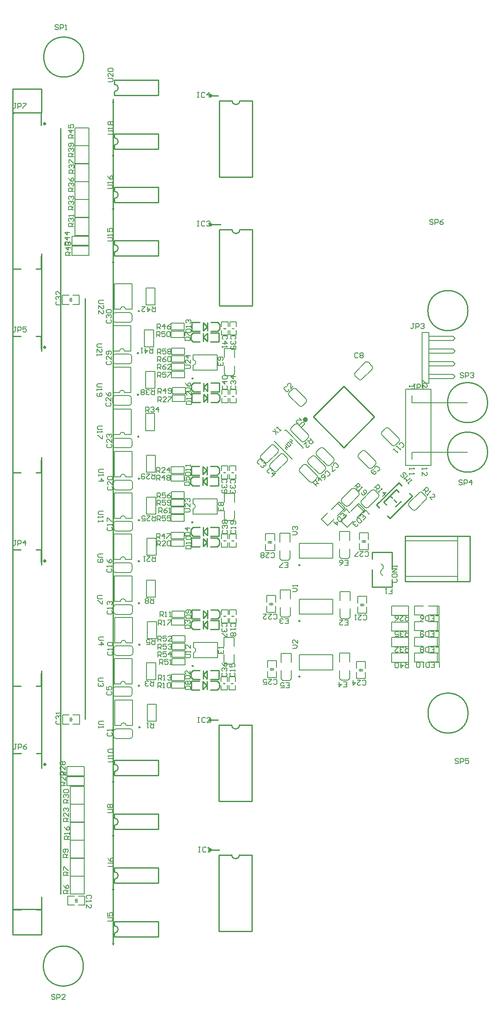
<source format=gto>
G04*
G04 #@! TF.GenerationSoftware,Altium Limited,Altium Designer,18.1.9 (240)*
G04*
G04 Layer_Color=65535*
%FSLAX25Y25*%
%MOIN*%
G70*
G01*
G75*
%ADD10C,0.01000*%
%ADD11C,0.00787*%
%ADD12C,0.01968*%
%ADD13C,0.02000*%
%ADD14C,0.00984*%
%ADD15C,0.00800*%
%ADD16C,0.00600*%
D10*
X435111Y456430D02*
G03*
X435111Y456430I-15748J0D01*
G01*
X203369Y514500D02*
G03*
X203369Y514500I-510J0D01*
G01*
X203069Y401268D02*
G03*
X203069Y401268I-510J0D01*
G01*
X203410Y288100D02*
G03*
X203410Y288100I-510J0D01*
G01*
X419610Y567818D02*
G03*
X419610Y567818I-15748J0D01*
G01*
X419710Y251018D02*
G03*
X419710Y251018I-15748J0D01*
G01*
X116848Y51900D02*
G03*
X116848Y51900I-15748J0D01*
G01*
X117148Y767400D02*
G03*
X117148Y767400I-15748J0D01*
G01*
X435111Y495406D02*
G03*
X435111Y495406I-15748J0D01*
G01*
X233700Y139400D02*
G03*
X239700Y139400I3000J0D01*
G01*
X234000Y631500D02*
G03*
X240000Y631500I3000J0D01*
G01*
X234000Y733000D02*
G03*
X240000Y733000I3000J0D01*
G01*
X141500Y120367D02*
G03*
X141407Y125965I0J2800D01*
G01*
X141500Y78000D02*
G03*
X141407Y83599I0J2800D01*
G01*
X233700Y241500D02*
G03*
X239700Y241500I3000J0D01*
G01*
X141500Y740300D02*
G03*
X141407Y745898I0J2800D01*
G01*
X141500Y698233D02*
G03*
X141407Y703832I0J2800D01*
G01*
X141500Y656167D02*
G03*
X141407Y661765I0J2800D01*
G01*
X141500Y614100D02*
G03*
X141407Y619698I0J2800D01*
G01*
X141500Y205100D02*
G03*
X141407Y210698I0J2800D01*
G01*
X141500Y162733D02*
G03*
X141407Y168332I0J2800D01*
G01*
X161536Y239903D02*
G03*
X161536Y239903I-510J0D01*
G01*
X161142Y272580D02*
G03*
X161142Y272580I-510J0D01*
G01*
X161467Y304864D02*
G03*
X161467Y304864I-510J0D01*
G01*
X161041Y370612D02*
G03*
X161041Y370612I-510J0D01*
G01*
X161073Y337541D02*
G03*
X161073Y337541I-510J0D01*
G01*
X161128Y402895D02*
G03*
X161128Y402895I-510J0D01*
G01*
X161073Y435572D02*
G03*
X161073Y435572I-510J0D01*
G01*
Y567462D02*
G03*
X161073Y567462I-510J0D01*
G01*
X160285Y534391D02*
G03*
X160285Y534391I-510J0D01*
G01*
X160341Y501714D02*
G03*
X160341Y501714I-510J0D01*
G01*
X160648Y468643D02*
G03*
X160648Y468643I-510J0D01*
G01*
X211419Y495880D02*
X214459Y498920D01*
X211419Y495880D02*
Y502050D01*
X214619Y498850D01*
X202309Y502500D02*
X208809D01*
X202309Y495500D02*
X208809D01*
X202309D02*
Y502500D01*
X214619Y495690D02*
Y502170D01*
X222559Y495500D02*
X224259Y497200D01*
X217309Y495500D02*
X222559D01*
X217309Y502500D02*
X222559D01*
X224259Y500800D01*
Y497200D02*
Y500800D01*
X211659Y507480D02*
X214699Y510520D01*
Y504350D02*
Y510520D01*
X211499Y507550D02*
X214699Y504350D01*
X217309Y503900D02*
X223809D01*
X217309Y510900D02*
X223809D01*
Y503900D02*
Y510900D01*
X211499Y504230D02*
Y510710D01*
X201859Y509200D02*
X203559Y510900D01*
X208809D01*
X203559Y503900D02*
X208809D01*
X201859Y505600D02*
X203559Y503900D01*
X201859Y505600D02*
Y509200D01*
X211269Y552080D02*
X214309Y555120D01*
X211269Y552080D02*
Y558250D01*
X214469Y555050D01*
X202159Y558700D02*
X208659D01*
X202159Y551700D02*
X208659D01*
X202159D02*
Y558700D01*
X214469Y551890D02*
Y558370D01*
X222409Y551700D02*
X224109Y553400D01*
X217159Y551700D02*
X222409D01*
X217159Y558700D02*
X222409D01*
X224109Y557000D01*
Y553400D02*
Y557000D01*
X211359Y546880D02*
X214399Y549920D01*
Y543750D02*
Y549920D01*
X211199Y546950D02*
X214399Y543750D01*
X217009Y543300D02*
X223509D01*
X217009Y550300D02*
X223509D01*
Y543300D02*
Y550300D01*
X211199Y543630D02*
Y550110D01*
X201559Y548600D02*
X203259Y550300D01*
X208509D01*
X203259Y543300D02*
X208509D01*
X201559Y545000D02*
X203259Y543300D01*
X201559Y545000D02*
Y548600D01*
X211119Y382248D02*
X214159Y385288D01*
X211119Y382248D02*
Y388418D01*
X214319Y385218D01*
X202009Y388868D02*
X208509D01*
X202009Y381868D02*
X208509D01*
X202009D02*
Y388868D01*
X214319Y382058D02*
Y388538D01*
X222259Y381868D02*
X223959Y383568D01*
X217009Y381868D02*
X222259D01*
X217009Y388868D02*
X222259D01*
X223959Y387168D01*
Y383568D02*
Y387168D01*
X211359Y393948D02*
X214399Y396988D01*
Y390818D02*
Y396988D01*
X211199Y394018D02*
X214399Y390818D01*
X217009Y390368D02*
X223509D01*
X217009Y397368D02*
X223509D01*
Y390368D02*
Y397368D01*
X211199Y390698D02*
Y397178D01*
X201559Y395668D02*
X203259Y397368D01*
X208509D01*
X203259Y390368D02*
X208509D01*
X201559Y392068D02*
X203259Y390368D01*
X201559Y392068D02*
Y395668D01*
X210919Y438848D02*
X213959Y441888D01*
X210919Y438848D02*
Y445018D01*
X214119Y441818D01*
X201809Y445468D02*
X208309D01*
X201809Y438468D02*
X208309D01*
X201809D02*
Y445468D01*
X214119Y438658D02*
Y445138D01*
X222059Y438468D02*
X223759Y440168D01*
X216809Y438468D02*
X222059D01*
X216809Y445468D02*
X222059D01*
X223759Y443768D01*
Y440168D02*
Y443768D01*
X211059Y433548D02*
X214099Y436588D01*
Y430418D02*
Y436588D01*
X210899Y433618D02*
X214099Y430418D01*
X216709Y429968D02*
X223209D01*
X216709Y436968D02*
X223209D01*
Y429968D02*
Y436968D01*
X210899Y430298D02*
Y436778D01*
X201259Y435268D02*
X202959Y436968D01*
X208209D01*
X202959Y429968D02*
X208209D01*
X201259Y431668D02*
X202959Y429968D01*
X201259Y431668D02*
Y435268D01*
X211260Y325567D02*
X214300Y328607D01*
X211260Y325567D02*
Y331737D01*
X214460Y328537D01*
X202150Y332187D02*
X208650D01*
X202150Y325187D02*
X208650D01*
X202150D02*
Y332187D01*
X214460Y325377D02*
Y331857D01*
X222400Y325187D02*
X224100Y326887D01*
X217150Y325187D02*
X222400D01*
X217150Y332187D02*
X222400D01*
X224100Y330487D01*
Y326887D02*
Y330487D01*
X211400Y320480D02*
X214440Y323520D01*
Y317350D02*
Y323520D01*
X211240Y320550D02*
X214440Y317350D01*
X217050Y316900D02*
X223550D01*
X217050Y323900D02*
X223550D01*
Y316900D02*
Y323900D01*
X211240Y317230D02*
Y323710D01*
X201600Y322200D02*
X203300Y323900D01*
X208550D01*
X203300Y316900D02*
X208550D01*
X201600Y318600D02*
X203300Y316900D01*
X201600Y318600D02*
Y322200D01*
X210960Y269780D02*
X214000Y272820D01*
X210960Y269780D02*
Y275950D01*
X214160Y272750D01*
X201850Y276400D02*
X208350D01*
X201850Y269400D02*
X208350D01*
X201850D02*
Y276400D01*
X214160Y269590D02*
Y276070D01*
X222100Y269400D02*
X223800Y271100D01*
X216850Y269400D02*
X222100D01*
X216850Y276400D02*
X222100D01*
X223800Y274700D01*
Y271100D02*
Y274700D01*
X211300Y281180D02*
X214340Y284220D01*
Y278050D02*
Y284220D01*
X211140Y281250D02*
X214340Y278050D01*
X216950Y277600D02*
X223450D01*
X216950Y284600D02*
X223450D01*
Y277600D02*
Y284600D01*
X211140Y277930D02*
Y284410D01*
X201500Y282900D02*
X203200Y284600D01*
X208450D01*
X203200Y277600D02*
X208450D01*
X201500Y279300D02*
X203200Y277600D01*
X201500Y279300D02*
Y282900D01*
X216700Y143400D02*
X223900D01*
X216700Y245500D02*
X222900D01*
X217000Y635500D02*
X224900D01*
X216597Y737100D02*
X223000D01*
X239700Y139400D02*
X249700D01*
X223700D02*
X233700D01*
X249700Y79400D02*
Y139400D01*
X223700Y79400D02*
Y139400D01*
Y79400D02*
X249700D01*
X240000Y631500D02*
X250000D01*
X224000D02*
X234000D01*
X250000Y571500D02*
Y631500D01*
X224000Y571500D02*
Y631500D01*
Y571500D02*
X250000D01*
X240000Y733000D02*
X250000D01*
X224000D02*
X234000D01*
X250000Y673000D02*
Y733000D01*
X224000Y673000D02*
Y733000D01*
Y673000D02*
X250000D01*
X297959Y484141D02*
X322001Y460100D01*
Y508183D02*
X346043Y484141D01*
X297959D02*
X322001Y508183D01*
Y460100D02*
X346043Y484141D01*
X118380Y577283D02*
X118380Y246400D01*
X61106Y742154D02*
X83935D01*
X140202Y68541D02*
Y734289D01*
X98797Y711400D02*
X98797Y108700D01*
X141177Y125967D02*
Y129271D01*
Y117263D02*
Y120265D01*
X175823Y117263D02*
Y129271D01*
X141177D02*
X175823D01*
X141177Y117263D02*
X175823D01*
X370172Y354802D02*
X421290D01*
Y354802D02*
Y390235D01*
X370172Y390235D02*
X421290D01*
X370172Y354802D02*
Y390235D01*
X373713Y423863D02*
X375749Y421827D01*
X356174Y406325D02*
X358211Y404288D01*
X365171Y432405D02*
X367490Y430086D01*
X347632Y414867D02*
X349952Y412547D01*
X358211Y404288D02*
X375749Y421827D01*
X347632Y414867D02*
X365171Y432405D01*
X363277Y427003D02*
X365327Y424953D01*
X353377Y417104D02*
X363277Y427003D01*
X353377Y417104D02*
X355428Y415053D01*
X362569Y413568D02*
X366741Y417740D01*
X361438Y418942D02*
X363277Y417104D01*
X358327Y422054D02*
X360165Y420215D01*
X141177Y74896D02*
X175823D01*
X141177Y86904D02*
X175823D01*
Y74896D02*
Y86904D01*
X141177Y74896D02*
Y77898D01*
X141177Y86904D02*
X141177Y83600D01*
X223700Y181500D02*
X249700D01*
X223700D02*
Y241500D01*
X249700Y181500D02*
Y241500D01*
X223700D02*
X233700D01*
X239700D02*
X249700D01*
X141177Y737196D02*
X175823D01*
X141177Y749204D02*
X175823D01*
Y737196D02*
Y749204D01*
X141177Y737196D02*
Y740198D01*
Y745900D02*
Y749204D01*
Y695129D02*
X175823D01*
X141177Y707137D02*
X175823D01*
Y695129D02*
Y707137D01*
X141177Y695129D02*
Y698131D01*
Y703833D02*
Y707137D01*
Y653063D02*
X175823D01*
X141177Y665071D02*
X175823D01*
Y653063D02*
Y665071D01*
X141177Y653063D02*
Y656065D01*
Y661767D02*
Y665071D01*
X141177Y610996D02*
X175823D01*
X141177Y623004D02*
X175823D01*
Y610996D02*
Y623004D01*
X141177Y610996D02*
Y613998D01*
Y619700D02*
Y623004D01*
Y201996D02*
X175823D01*
X141177Y214004D02*
X175823D01*
Y201996D02*
Y214004D01*
X141177Y201996D02*
Y204998D01*
Y210700D02*
Y214004D01*
Y159629D02*
X175823D01*
X141177Y171637D02*
X175823D01*
Y159629D02*
Y171637D01*
X141177Y159629D02*
Y162631D01*
Y168333D02*
Y171637D01*
X61100Y722469D02*
X62281Y723650D01*
X83698Y272296D02*
Y282296D01*
X79698Y272296D02*
X83698D01*
X61198D02*
X67698D01*
X61198D02*
Y379658D01*
X67698D01*
X83698Y369658D02*
Y379658D01*
X79698D02*
X83698D01*
Y440406D02*
Y450406D01*
X79698Y440406D02*
X83698D01*
X61198D02*
X67698D01*
X61198D02*
Y547768D01*
X67698D01*
X83698Y537769D02*
Y547768D01*
X79698D02*
X83698D01*
X83935Y535855D02*
Y612628D01*
Y207500D02*
Y284272D01*
Y367745D02*
Y452391D01*
X62281Y723650D02*
X83935D01*
X83935Y742154D02*
X83935Y723650D01*
X61100Y96485D02*
X83935D01*
Y76800D02*
Y96485D01*
X61100Y76800D02*
X83935D01*
X344088Y350139D02*
X359836D01*
X344088Y377698D02*
X359836D01*
Y363918D02*
Y377698D01*
X359836Y350139D02*
Y355418D01*
X344088Y350139D02*
Y363918D01*
X344088Y372418D02*
Y377698D01*
X61100Y742160D02*
X61100Y76800D01*
X79698Y723753D02*
X83698D01*
Y713753D02*
Y723753D01*
X61198D02*
X67698D01*
X61198Y600643D02*
Y723753D01*
Y600643D02*
X67698D01*
X79698D02*
X83698D01*
Y610643D01*
X79797Y219461D02*
X83797D01*
Y209461D02*
Y219461D01*
X61297D02*
X67797D01*
X61297Y96351D02*
Y219461D01*
Y96351D02*
X67797D01*
X79797D02*
X83797D01*
Y106351D01*
D11*
X203516Y525006D02*
G03*
X203516Y528994I-157J1994D01*
G01*
X203216Y411774D02*
G03*
X203216Y415762I-157J1994D01*
G01*
X203557Y298606D02*
G03*
X203557Y302594I-157J1994D01*
G01*
X150526Y241403D02*
G03*
X146526Y241403I-2000J0D01*
G01*
X150132Y274080D02*
G03*
X146132Y274080I-2000J0D01*
G01*
X150457Y306364D02*
G03*
X146457Y306364I-2000J0D01*
G01*
X150031Y372112D02*
G03*
X146031Y372112I-2000J0D01*
G01*
X150063Y339041D02*
G03*
X146063Y339041I-2000J0D01*
G01*
X150118Y404395D02*
G03*
X146118Y404395I-2000J0D01*
G01*
X150063Y437072D02*
G03*
X146063Y437072I-2000J0D01*
G01*
X150063Y568962D02*
G03*
X146063Y568962I-2000J0D01*
G01*
X149276Y535891D02*
G03*
X145276Y535891I-2000J0D01*
G01*
X149331Y503214D02*
G03*
X145331Y503214I-2000J0D01*
G01*
X149638Y470143D02*
G03*
X145638Y470143I-2000J0D01*
G01*
X222359Y521000D02*
Y533000D01*
X203359D02*
X222359D01*
X203359Y529000D02*
Y533000D01*
Y521000D02*
Y525000D01*
Y521000D02*
X222359D01*
X235759Y530900D02*
Y537900D01*
X227759D02*
X235759D01*
X227759Y530900D02*
Y537900D01*
X235759Y517900D02*
Y524400D01*
X234459Y516600D02*
X235759Y517900D01*
X227759D02*
Y524400D01*
X229059Y516600D02*
X234459D01*
X227759Y517900D02*
X229059Y516600D01*
X235959Y416868D02*
Y423868D01*
X227959D02*
X235959D01*
X227959Y416868D02*
Y423868D01*
X235959Y403868D02*
Y410368D01*
X234659Y402568D02*
X235959Y403868D01*
X227959D02*
Y410368D01*
X229259Y402568D02*
X234659D01*
X227959Y403868D02*
X229259Y402568D01*
X222059Y407768D02*
Y419768D01*
X203059D02*
X222059D01*
X203059Y415768D02*
Y419768D01*
Y407768D02*
Y411768D01*
Y407768D02*
X222059D01*
X235600Y303800D02*
Y310800D01*
X227600D02*
X235600D01*
X227600Y303800D02*
Y310800D01*
X235600Y290800D02*
Y297300D01*
X234300Y289500D02*
X235600Y290800D01*
X227600D02*
Y297300D01*
X228900Y289500D02*
X234300D01*
X227600Y290800D02*
X228900Y289500D01*
X222400Y294600D02*
Y306600D01*
X203400D02*
X222400D01*
X203400Y302600D02*
Y306600D01*
Y294600D02*
Y298600D01*
Y294600D02*
X222400D01*
X370662Y505918D02*
X390662D01*
Y445918D02*
Y505918D01*
X370662Y445918D02*
X390662D01*
X370662D02*
Y505918D01*
X370172Y358518D02*
X411447D01*
Y354802D02*
Y390235D01*
X370172Y386518D02*
X411447D01*
X141526Y261403D02*
X155526D01*
X141526Y241403D02*
Y261403D01*
Y241403D02*
X146526D01*
X150526D02*
X155526D01*
Y261403D01*
X141132Y294080D02*
X155132D01*
X141132Y274080D02*
Y294080D01*
Y274080D02*
X146132D01*
X150132D02*
X155132D01*
Y294080D01*
X141457Y326364D02*
X155457D01*
X141457Y306364D02*
Y326364D01*
Y306364D02*
X146457D01*
X150457D02*
X155457D01*
Y326364D01*
X141032Y392112D02*
X155032D01*
X141032Y372112D02*
Y392112D01*
Y372112D02*
X146031D01*
X150031D02*
X155032D01*
Y392112D01*
X141063Y359041D02*
X155063D01*
X141063Y339041D02*
Y359041D01*
Y339041D02*
X146063D01*
X150063D02*
X155063D01*
Y359041D01*
X141118Y424395D02*
X155118D01*
X141118Y404395D02*
Y424395D01*
Y404395D02*
X146118D01*
X150118D02*
X155118D01*
Y424395D01*
X141063Y457072D02*
X155063D01*
X141063Y437072D02*
Y457072D01*
Y437072D02*
X146063D01*
X150063D02*
X155063D01*
Y457072D01*
X141063Y588962D02*
X155063D01*
X141063Y568962D02*
Y588962D01*
Y568962D02*
X146063D01*
X150063D02*
X155063D01*
Y588962D01*
X140276Y555891D02*
X154276D01*
X140276Y535891D02*
Y555891D01*
Y535891D02*
X145276D01*
X149276D02*
X154276D01*
Y555891D01*
X140331Y523214D02*
X154331D01*
X140331Y503214D02*
Y523214D01*
Y503214D02*
X145331D01*
X149331D02*
X154331D01*
Y523214D01*
X140638Y490143D02*
X154638D01*
X140638Y470143D02*
Y490143D01*
Y470143D02*
X145638D01*
X149638D02*
X154638D01*
Y490143D01*
X279737Y340971D02*
Y347971D01*
X271737D02*
X279737D01*
X271737Y340971D02*
Y347971D01*
X279737Y327971D02*
Y334471D01*
X278437Y326671D02*
X279737Y327971D01*
X271737D02*
Y334471D01*
X273037Y326671D02*
X278437D01*
X271737Y327971D02*
X273037Y326671D01*
X280426Y290993D02*
Y297993D01*
X272426D02*
X280426D01*
X272426Y290993D02*
Y297993D01*
X280426Y277993D02*
Y284493D01*
X279126Y276693D02*
X280426Y277993D01*
X272426D02*
Y284493D01*
X273726Y276693D02*
X279126D01*
X272426Y277993D02*
X273726Y276693D01*
X286737Y285088D02*
X313115D01*
X286737Y296899D02*
X313115D01*
X286737Y285088D02*
Y296899D01*
X313115Y285088D02*
Y296899D01*
X286737Y328952D02*
X313115D01*
X286737Y340763D02*
X313115D01*
X286737Y328952D02*
Y340763D01*
X313115Y328952D02*
Y340763D01*
X286737Y372816D02*
X313115D01*
X286737Y384627D02*
X313115D01*
X286737Y372816D02*
Y384627D01*
X313115Y372816D02*
Y384627D01*
X279426Y385552D02*
Y392552D01*
X271426D02*
X279426D01*
X271426Y385552D02*
Y392552D01*
X279426Y372552D02*
Y379052D01*
X278126Y371252D02*
X279426Y372552D01*
X271426D02*
Y379052D01*
X272726Y371252D02*
X278126D01*
X271426Y372552D02*
X272726Y371252D01*
X326670Y291162D02*
Y298162D01*
X318670D02*
X326670D01*
X318670Y291162D02*
Y298162D01*
X326670Y278162D02*
Y284662D01*
X325370Y276862D02*
X326670Y278162D01*
X318670D02*
Y284662D01*
X319970Y276862D02*
X325370D01*
X318670Y278162D02*
X319970Y276862D01*
X326867Y339686D02*
Y346686D01*
X318867D02*
X326867D01*
X318867Y339686D02*
Y346686D01*
X326867Y326686D02*
Y333186D01*
X325567Y325386D02*
X326867Y326686D01*
X318867D02*
Y333186D01*
X320167Y325386D02*
X325567D01*
X318867Y326686D02*
X320167Y325386D01*
X326572Y386832D02*
Y393832D01*
X318572D02*
X326572D01*
X318572Y386832D02*
Y393832D01*
X326572Y373832D02*
Y380332D01*
X325272Y372532D02*
X326572Y373832D01*
X318572D02*
Y380332D01*
X319872Y372532D02*
X325272D01*
X318572Y373832D02*
X319872Y372532D01*
X383462Y550618D02*
X388962Y550618D01*
Y510618D02*
Y550618D01*
X383462Y510618D02*
X388962Y510618D01*
X383962Y513118D02*
X386462Y510618D01*
X383462Y510618D02*
Y517618D01*
Y550618D01*
X407828Y547582D02*
X409495Y545915D01*
X388962Y547582D02*
X407792D01*
X388962Y544249D02*
X407828D01*
X409495Y545915D01*
X407828Y537582D02*
X409495Y535915D01*
X388962Y537582D02*
X407792D01*
X388962Y534249D02*
X407828D01*
X409495Y535915D01*
X407828Y524249D02*
X409495Y525915D01*
X388962Y524249D02*
X407828D01*
X388962Y527582D02*
X407792D01*
X407828D02*
X409495Y525915D01*
X407828Y517582D02*
X409495Y515915D01*
X407792Y517618D02*
X407828Y517582D01*
X388962D02*
X407792D01*
X388962Y514249D02*
X407828D01*
X409495Y515915D01*
D12*
X217308Y143400D02*
G03*
X217308Y143400I-608J0D01*
G01*
X217608Y635500D02*
G03*
X217608Y635500I-608J0D01*
G01*
Y737000D02*
G03*
X217608Y737000I-608J0D01*
G01*
X217308Y245500D02*
G03*
X217308Y245500I-608J0D01*
G01*
X86730Y370812D02*
G03*
X86730Y370812I-394J0D01*
G01*
Y538922D02*
G03*
X86730Y538922I-394J0D01*
G01*
X86730Y714906D02*
G03*
X86730Y714906I-394J0D01*
G01*
X86828Y210615D02*
G03*
X86828Y210615I-394J0D01*
G01*
D13*
X292580Y482020D02*
G03*
X292580Y482020I-984J0D01*
G01*
D14*
X140792Y112074D02*
G03*
X140792Y112074I-492J0D01*
G01*
X140792Y69708D02*
G03*
X140792Y69708I-492J0D01*
G01*
X140792Y732008D02*
G03*
X140792Y732008I-492J0D01*
G01*
Y689941D02*
G03*
X140792Y689941I-492J0D01*
G01*
Y647874D02*
G03*
X140792Y647874I-492J0D01*
G01*
X140792Y605808D02*
G03*
X140792Y605808I-492J0D01*
G01*
X140792Y196808D02*
G03*
X140792Y196808I-492J0D01*
G01*
Y154441D02*
G03*
X140792Y154441I-492J0D01*
G01*
X287426Y279773D02*
G03*
X287426Y279773I-492J0D01*
G01*
Y323637D02*
G03*
X287426Y323637I-492J0D01*
G01*
Y367501D02*
G03*
X287426Y367501I-492J0D01*
G01*
D15*
X373314Y416544D02*
G03*
X373314Y413941I1302J-1302D01*
G01*
X376078Y411177D02*
G03*
X378681Y411177I1302J1302D01*
G01*
X386614Y419110D02*
G03*
X386614Y421713I-1302J1302D01*
G01*
X383857Y424484D02*
G03*
X381254Y424484I-1302J-1302D01*
G01*
X335804Y418434D02*
G03*
X335804Y415831I1302J-1302D01*
G01*
X338568Y413066D02*
G03*
X341171Y413066I1302J1302D01*
G01*
X349104Y420999D02*
G03*
X349104Y423602I-1302J1302D01*
G01*
X346347Y426374D02*
G03*
X343744Y426374I-1302J-1302D01*
G01*
X320314Y419644D02*
G03*
X320314Y417041I1302J-1302D01*
G01*
X323078Y414277D02*
G03*
X325681Y414277I1302J1302D01*
G01*
X333614Y422210D02*
G03*
X333614Y424813I-1302J1302D01*
G01*
X330857Y427584D02*
G03*
X328254Y427584I-1302J-1302D01*
G01*
X142534Y238668D02*
G03*
X140694Y236827I0J-1841D01*
G01*
Y232918D02*
G03*
X142534Y231077I1841J0D01*
G01*
X153753D02*
G03*
X155594Y232918I0J1841D01*
G01*
X155604Y236827D02*
G03*
X153764Y238668I-1841J0D01*
G01*
X142141Y566227D02*
G03*
X140300Y564386I0J-1841D01*
G01*
Y560477D02*
G03*
X142141Y558636I1841J0D01*
G01*
X153359D02*
G03*
X155200Y560477I0J1841D01*
G01*
X155210Y564386D02*
G03*
X153370Y566227I-1841J0D01*
G01*
X141916Y533550D02*
G03*
X140076Y531709I0J-1841D01*
G01*
Y527800D02*
G03*
X141916Y525959I1841J0D01*
G01*
X153135D02*
G03*
X154976Y527800I0J1841D01*
G01*
X154986Y531709D02*
G03*
X153146Y533550I-1841J0D01*
G01*
X141641Y500873D02*
G03*
X139800Y499032I0J-1841D01*
G01*
Y495122D02*
G03*
X141641Y493282I1841J0D01*
G01*
X152860D02*
G03*
X154700Y495122I0J1841D01*
G01*
X154711Y499032D02*
G03*
X152870Y500873I-1841J0D01*
G01*
X142034Y467408D02*
G03*
X140194Y465567I0J-1841D01*
G01*
Y461658D02*
G03*
X142034Y459817I1841J0D01*
G01*
X153253D02*
G03*
X155094Y461658I0J1841D01*
G01*
X155104Y465567D02*
G03*
X153264Y467408I-1841J0D01*
G01*
X142534Y434337D02*
G03*
X140694Y432496I0J-1841D01*
G01*
Y428587D02*
G03*
X142534Y426746I1841J0D01*
G01*
X153753D02*
G03*
X155594Y428587I0J1841D01*
G01*
X155604Y432497D02*
G03*
X153764Y434337I-1841J0D01*
G01*
X142590Y402053D02*
G03*
X140749Y400213I0J-1841D01*
G01*
Y396304D02*
G03*
X142590Y394463I1841J0D01*
G01*
X153808D02*
G03*
X155649Y396304I0J1841D01*
G01*
X155660Y400213D02*
G03*
X153819Y402054I-1841J0D01*
G01*
X142141Y369376D02*
G03*
X140300Y367536I0J-1841D01*
G01*
Y363626D02*
G03*
X142141Y361786I1841J0D01*
G01*
X153359D02*
G03*
X155200Y363626I0J1841D01*
G01*
X155210Y367536D02*
G03*
X153370Y369376I-1841J0D01*
G01*
X142534Y336388D02*
G03*
X140694Y334548I0J-1841D01*
G01*
Y330638D02*
G03*
X142534Y328798I1841J0D01*
G01*
X153753D02*
G03*
X155594Y330638I0J1841D01*
G01*
X155604Y334548D02*
G03*
X153764Y336388I-1841J0D01*
G01*
X142766Y304022D02*
G03*
X140926Y302181I0J-1841D01*
G01*
Y298272D02*
G03*
X142766Y296431I1841J0D01*
G01*
X153985D02*
G03*
X155826Y298272I0J1841D01*
G01*
X155836Y302182D02*
G03*
X153996Y304022I-1841J0D01*
G01*
X142141Y271739D02*
G03*
X140300Y269898I0J-1841D01*
G01*
Y265989D02*
G03*
X142141Y264148I1841J0D01*
G01*
X153359D02*
G03*
X155200Y265989I0J1841D01*
G01*
X155210Y269898D02*
G03*
X153370Y271739I-1841J0D01*
G01*
X351962Y363918D02*
G03*
X351349Y368447I-1427J2113D01*
G01*
X351962Y363918D02*
G03*
X352576Y359389I1427J-2113D01*
G01*
X295247Y433060D02*
G03*
X297850Y433060I1302J1302D01*
G01*
X300614Y435824D02*
G03*
X300614Y438427I-1302J1302D01*
G01*
X292681Y446360D02*
G03*
X290078Y446360I-1302J-1302D01*
G01*
X287306Y443603D02*
G03*
X287306Y441000I1302J-1302D01*
G01*
X300506Y456803D02*
G03*
X300506Y454200I1302J-1302D01*
G01*
X305881Y459560D02*
G03*
X303278Y459560I-1302J-1302D01*
G01*
X313814Y449024D02*
G03*
X313814Y451627I-1302J1302D01*
G01*
X308447Y446260D02*
G03*
X311050Y446260I1302J1302D01*
G01*
X293906Y450403D02*
G03*
X293906Y447800I1302J-1302D01*
G01*
X299281Y453160D02*
G03*
X296678Y453160I-1302J-1302D01*
G01*
X307214Y442624D02*
G03*
X307214Y445227I-1302J1302D01*
G01*
X301847Y439860D02*
G03*
X304450Y439860I1302J1302D01*
G01*
X292218Y495654D02*
G03*
X292218Y498257I-1302J1302D01*
G01*
X286843Y492897D02*
G03*
X289446Y492897I1302J1302D01*
G01*
X278910Y503433D02*
G03*
X278910Y500830I1302J-1302D01*
G01*
X284278Y506197D02*
G03*
X281675Y506197I-1302J-1302D01*
G01*
X352010Y472420D02*
G03*
X352010Y469817I1302J-1302D01*
G01*
X357384Y475177D02*
G03*
X354782Y475177I-1302J-1302D01*
G01*
X365317Y464641D02*
G03*
X365317Y467244I-1302J1302D01*
G01*
X359950Y461876D02*
G03*
X362553Y461876I1302J1302D01*
G01*
X333506Y454554D02*
G03*
X333506Y451951I1302J-1302D01*
G01*
X338881Y457310D02*
G03*
X336278Y457310I-1302J-1302D01*
G01*
X346814Y446775D02*
G03*
X346814Y449378I-1302J1302D01*
G01*
X341447Y444010D02*
G03*
X344050Y444010I1302J1302D01*
G01*
X274457Y454791D02*
G03*
X271854Y454791I-1302J-1302D01*
G01*
X277214Y449416D02*
G03*
X277214Y452019I-1302J1302D01*
G01*
X266678Y441483D02*
G03*
X269281Y441483I1302J1302D01*
G01*
X263914Y446850D02*
G03*
X263914Y444247I1302J-1302D01*
G01*
X267257Y461784D02*
G03*
X264654Y461784I-1302J-1302D01*
G01*
X270014Y456410D02*
G03*
X270014Y459013I-1302J1302D01*
G01*
X259478Y448477D02*
G03*
X262081Y448477I1302J1302D01*
G01*
X256714Y453844D02*
G03*
X256714Y451241I1302J-1302D01*
G01*
X285888Y478267D02*
G03*
X283285Y478267I-1302J-1302D01*
G01*
X280521Y475502D02*
G03*
X280521Y472899I1302J-1302D01*
G01*
X288454Y464966D02*
G03*
X291057Y464966I1302J1302D01*
G01*
X293828Y467723D02*
G03*
X293828Y470326I-1302J1302D01*
G01*
X344110Y521693D02*
G03*
X344110Y524296I-1302J1302D01*
G01*
X341346Y527060D02*
G03*
X338743Y527060I-1302J-1302D01*
G01*
X330810Y519127D02*
G03*
X330810Y516524I1302J-1302D01*
G01*
X333567Y513752D02*
G03*
X336170Y513752I1302J1302D01*
G01*
X186782Y496141D02*
Y501259D01*
X197018D01*
Y496141D02*
Y501259D01*
X186782Y496141D02*
X197018D01*
X197078Y502141D02*
Y507259D01*
X186842Y502141D02*
X197078D01*
X186842D02*
Y507259D01*
X197078D01*
X186342Y514941D02*
Y520059D01*
X196578D01*
Y514941D02*
Y520059D01*
X186342Y514941D02*
X196578D01*
X186342Y521041D02*
Y526159D01*
X196578D01*
Y521041D02*
Y526159D01*
X186342Y521041D02*
X196578D01*
Y533241D02*
Y538359D01*
X186342Y533241D02*
X196578D01*
X186342D02*
Y538359D01*
X196578D01*
Y527241D02*
Y532359D01*
X186342Y527241D02*
X196578D01*
X186342D02*
Y532359D01*
X196578D01*
X185941Y546641D02*
Y551759D01*
X196177D01*
Y546641D02*
Y551759D01*
X185941Y546641D02*
X196177D01*
X196278Y552741D02*
Y557859D01*
X186042Y552741D02*
X196278D01*
X186042D02*
Y557859D01*
X196278D01*
X232100Y548682D02*
X237218D01*
X232100Y558918D02*
X237218D01*
Y555300D02*
Y558918D01*
X232100Y555300D02*
Y558918D01*
X237218Y548682D02*
Y552300D01*
X232100Y548682D02*
Y552300D01*
X225700Y558859D02*
X230818D01*
X225700Y548623D02*
X230818D01*
X225700D02*
Y552241D01*
X230818Y548623D02*
Y552241D01*
X225700Y555241D02*
Y558859D01*
X230818Y555241D02*
Y558859D01*
X232200Y495282D02*
X237318D01*
X232200Y505518D02*
X237318D01*
Y501900D02*
Y505518D01*
X232200Y501900D02*
Y505518D01*
X237318Y495282D02*
Y498900D01*
X232200Y495282D02*
Y498900D01*
X225800Y495323D02*
X230918D01*
X225800Y505559D02*
X230918D01*
Y501941D02*
Y505559D01*
X225800Y501941D02*
Y505559D01*
X230918Y495323D02*
Y498941D01*
X225800Y495323D02*
Y498941D01*
X196218Y388309D02*
Y393427D01*
X185982Y388309D02*
X196218D01*
X185982D02*
Y393427D01*
X196218D01*
X185982Y382309D02*
Y387427D01*
X196218D01*
Y382309D02*
Y387427D01*
X185982Y382309D02*
X196218D01*
X186041Y402108D02*
Y407227D01*
X196277D01*
Y402108D02*
Y407227D01*
X186041Y402108D02*
X196277D01*
X186041Y408108D02*
Y413227D01*
X196277D01*
Y408108D02*
Y413227D01*
X186041Y408108D02*
X196277D01*
X196378Y420109D02*
Y425227D01*
X186142Y420109D02*
X196378D01*
X186142D02*
Y425227D01*
X196378D01*
X196278Y414109D02*
Y419227D01*
X186042Y414109D02*
X196278D01*
X186042D02*
Y419227D01*
X196278D01*
X185900Y433609D02*
Y438727D01*
X196137D01*
Y433609D02*
Y438727D01*
X185900Y433609D02*
X196137D01*
X196078Y439709D02*
Y444827D01*
X185842Y439709D02*
X196078D01*
X185842D02*
Y444827D01*
X196078D01*
X231900Y435250D02*
X237018D01*
X231900Y445486D02*
X237018D01*
Y441868D02*
Y445486D01*
X231900Y441868D02*
Y445486D01*
X237018Y435250D02*
Y438868D01*
X231900Y435250D02*
Y438868D01*
X225501Y445485D02*
X230619D01*
X225501Y435249D02*
X230619D01*
X225501D02*
Y438868D01*
X230619Y435249D02*
Y438868D01*
X225501Y441868D02*
Y445485D01*
X230619Y441868D02*
Y445485D01*
X232000Y381650D02*
X237118D01*
X232000Y391886D02*
X237118D01*
Y388268D02*
Y391886D01*
X232000Y388268D02*
Y391886D01*
X237118Y381650D02*
Y385268D01*
X232000Y381650D02*
Y385268D01*
X225600Y381650D02*
X230718D01*
X225600Y391886D02*
X230718D01*
Y388268D02*
Y391886D01*
X225600Y388268D02*
Y391886D01*
X230718Y381650D02*
Y385268D01*
X225600Y381650D02*
Y385268D01*
X186282Y270541D02*
Y275659D01*
X196518D01*
Y270541D02*
Y275659D01*
X186282Y270541D02*
X196518D01*
X196518Y276541D02*
Y281659D01*
X186282Y276541D02*
X196518D01*
X186282D02*
Y281659D01*
X196518D01*
X186582Y288841D02*
Y293959D01*
X196818D01*
Y288841D02*
Y293959D01*
X186582Y288841D02*
X196818D01*
Y306941D02*
Y312059D01*
X186582Y306941D02*
X196818D01*
X186582D02*
Y312059D01*
X196818D01*
Y300882D02*
Y306000D01*
X186582Y300882D02*
X196818D01*
X186582D02*
Y306000D01*
X196818D01*
X196718Y326241D02*
Y331359D01*
X186482Y326241D02*
X196718D01*
X186482D02*
Y331359D01*
X196718D01*
X186382Y320241D02*
Y325359D01*
X196618D01*
Y320241D02*
Y325359D01*
X186382Y320241D02*
X196618D01*
X231941Y322082D02*
X237059D01*
X231941Y332318D02*
X237059D01*
Y328700D02*
Y332318D01*
X231941Y328700D02*
Y332318D01*
X237059Y322082D02*
Y325700D01*
X231941Y322082D02*
Y325700D01*
X225641Y332318D02*
X230759D01*
X225641Y322082D02*
X230759D01*
X225641D02*
Y325700D01*
X230759Y322082D02*
Y325700D01*
X225641Y328700D02*
Y332318D01*
X230759Y328700D02*
Y332318D01*
X231441Y269282D02*
X236559D01*
X231441Y279518D02*
X236559D01*
Y275900D02*
Y279518D01*
X231441Y275900D02*
Y279518D01*
X236559Y269282D02*
Y272900D01*
X231441Y269282D02*
Y272900D01*
X225241Y269282D02*
X230359D01*
X225241Y279518D02*
X230359D01*
Y275900D02*
Y279518D01*
X225241Y275900D02*
Y279518D01*
X230359Y269282D02*
Y272900D01*
X225241Y269282D02*
Y272900D01*
X186582Y294841D02*
Y299959D01*
X196818D01*
Y294841D02*
Y299959D01*
X186582Y294841D02*
X196818D01*
X165863Y520093D02*
X173063D01*
Y506707D02*
Y520093D01*
X165863Y506707D02*
X173063D01*
X165863D02*
X165863Y520093D01*
X372955Y291018D02*
Y298218D01*
X359569Y291018D02*
X372955D01*
X359569D02*
Y298218D01*
X372955D01*
X100273Y572800D02*
Y580000D01*
X113659Y572800D02*
Y580000D01*
X108466Y572800D02*
X113659D01*
X100273D02*
X105466D01*
X100273Y580000D02*
X105466D01*
X108466D02*
X113659D01*
X100407Y242400D02*
Y249600D01*
X113793Y242400D02*
Y249600D01*
X108600Y242400D02*
X113793D01*
X100407D02*
X105600D01*
X100407Y249600D02*
X105600D01*
X108600D02*
X113793D01*
X112840Y107099D02*
X118033D01*
X104647D02*
X109840D01*
X104647Y99900D02*
X109840D01*
X112840D02*
X118033D01*
Y107100D01*
X104647Y99900D02*
Y107100D01*
X104013Y193885D02*
X117399D01*
Y201085D01*
X104013D02*
X117399D01*
X104013Y193885D02*
Y201085D01*
X383927Y424400D02*
X386543Y421783D01*
X373348Y416578D02*
X381184Y424414D01*
X378724Y411206D02*
X386658Y419140D01*
X373385Y413870D02*
X376008Y411247D01*
X346417Y426289D02*
X349033Y423673D01*
X335838Y418468D02*
X343673Y426303D01*
X341213Y413095D02*
X349147Y421029D01*
X335874Y415760D02*
X338497Y413137D01*
X330927Y427500D02*
X333543Y424883D01*
X320348Y419678D02*
X328184Y427514D01*
X325724Y414306D02*
X333658Y422240D01*
X320385Y416970D02*
X323008Y414347D01*
X317016Y416322D02*
X321966Y411372D01*
X317016Y406422D02*
X323026Y412432D01*
X318076Y417382D02*
X323026Y412432D01*
X312066Y411372D02*
X318076Y417382D01*
X309238Y398644D02*
X314187Y403594D01*
X304288D02*
X309238Y398644D01*
X304288Y403594D02*
X309238Y408543D01*
X332441Y414953D02*
X337391Y410004D01*
X332441Y405054D02*
X338451Y411064D01*
X333502Y416014D02*
X338451Y411064D01*
X327491Y410004D02*
X333502Y416014D01*
X324663Y397276D02*
X329612Y402225D01*
X319713Y402225D02*
X324663Y397276D01*
X319713Y402225D02*
X324663Y407175D01*
X155594Y233018D02*
Y236718D01*
X142582Y238668D02*
X153664D01*
X142585Y231068D02*
X153805D01*
X140694Y233018D02*
Y236727D01*
X155200Y560577D02*
Y564277D01*
X142189Y566227D02*
X153270D01*
X142191Y558627D02*
X153411D01*
X140300Y560577D02*
Y564286D01*
X154976Y527900D02*
Y531600D01*
X141964Y533550D02*
X153045D01*
X141967Y525950D02*
X153187D01*
X140076Y527900D02*
Y531609D01*
X154700Y495223D02*
Y498922D01*
X141689Y500873D02*
X152770D01*
X141691Y493272D02*
X152912D01*
X139800Y495223D02*
Y498932D01*
X155094Y461758D02*
Y465458D01*
X142083Y467408D02*
X153164D01*
X142085Y459808D02*
X153305D01*
X140194Y461758D02*
Y465467D01*
X155594Y428687D02*
Y432387D01*
X142582Y434337D02*
X153664D01*
X142585Y426737D02*
X153805D01*
X140694Y428687D02*
Y432396D01*
X155649Y396404D02*
Y400104D01*
X142638Y402053D02*
X153719D01*
X142640Y394454D02*
X153861D01*
X140749Y396404D02*
Y400113D01*
X155200Y363726D02*
Y367426D01*
X142189Y369376D02*
X153270D01*
X142191Y361776D02*
X153411D01*
X140300Y363726D02*
Y367436D01*
X155594Y330738D02*
Y334438D01*
X142582Y336388D02*
X153664D01*
X142585Y328788D02*
X153805D01*
X140694Y330738D02*
Y334448D01*
X155826Y298372D02*
Y302072D01*
X142815Y304022D02*
X153896D01*
X142817Y296422D02*
X154037D01*
X140926Y298372D02*
Y302081D01*
X155200Y266089D02*
Y269789D01*
X142189Y271739D02*
X153270D01*
X142191Y264139D02*
X153411D01*
X140300Y266089D02*
Y269798D01*
X107950Y611389D02*
Y618589D01*
X121336D01*
Y611389D02*
Y618589D01*
X107950Y611389D02*
X121336D01*
X107950Y619263D02*
Y626463D01*
X121336D01*
Y619263D02*
Y626463D01*
X107950Y619263D02*
X121336D01*
X104013Y201759D02*
Y208959D01*
X117399D01*
Y201759D02*
Y208959D01*
X104013Y201759D02*
X117399D01*
X166510Y440576D02*
Y453962D01*
Y440576D02*
X173710D01*
Y453962D01*
X166510D02*
X173710D01*
X166566Y407505D02*
Y420891D01*
Y407505D02*
X173766D01*
Y420891D01*
X166566D02*
X173766D01*
X166510Y342348D02*
Y355734D01*
Y342348D02*
X173710D01*
Y355734D01*
X166510D02*
X173710D01*
X166872Y375419D02*
Y388805D01*
Y375419D02*
X174072D01*
Y388805D01*
X166872D02*
X174072D01*
X167297Y309671D02*
Y323057D01*
Y309671D02*
X174497D01*
Y323057D01*
X167297D02*
X174497D01*
X166579Y277387D02*
X166579Y290773D01*
X166579Y277387D02*
X173779D01*
Y290773D01*
X166579D02*
X173779D01*
X167100Y244607D02*
Y257993D01*
Y244607D02*
X174300D01*
Y257993D01*
X167100D02*
X174300D01*
X166100Y585793D02*
X166100Y572407D01*
X173300Y572407D01*
Y585793D01*
X166100D02*
X173300D01*
X165723Y473450D02*
Y486836D01*
Y473450D02*
X172923D01*
X172923Y486836D01*
X165723D02*
X172923D01*
X164900Y552593D02*
X164900Y539207D01*
X172100D01*
Y552593D01*
X164900D02*
X172100D01*
X287391Y443673D02*
X290008Y446289D01*
X287377Y440929D02*
X295213Y433094D01*
X292651Y446403D02*
X300585Y438469D01*
X297921Y433130D02*
X300543Y435753D01*
X311121Y446330D02*
X313743Y448953D01*
X305851Y459603D02*
X313785Y451669D01*
X300577Y454129D02*
X308413Y446294D01*
X300591Y456873D02*
X303208Y459489D01*
X304521Y439930D02*
X307143Y442553D01*
X299251Y453203D02*
X307185Y445269D01*
X293977Y447729D02*
X301813Y439894D01*
X293991Y450473D02*
X296608Y453089D01*
X359569Y310519D02*
X372955D01*
X359569Y303319D02*
Y310519D01*
Y303319D02*
X372955D01*
Y310519D01*
X359569Y322718D02*
X372955D01*
X359569Y315518D02*
Y322718D01*
Y315518D02*
X372955D01*
Y322718D01*
X395462Y291418D02*
Y298418D01*
X388462Y291418D02*
X396962D01*
Y298418D01*
X388462D02*
X396962D01*
X377462Y291418D02*
X384462D01*
X377462D02*
Y298418D01*
X384462D01*
X395462Y303718D02*
Y310718D01*
X388462Y303718D02*
X396962D01*
Y310718D01*
X388462D02*
X396962D01*
X377462Y303718D02*
X384462D01*
X377462D02*
Y310718D01*
X384462D01*
X395462Y316018D02*
Y323018D01*
X388462Y316018D02*
X396962D01*
Y323018D01*
X388462D02*
X396962D01*
X377462Y316018D02*
X384462D01*
X377462D02*
Y323018D01*
X384462D01*
X261137Y338341D02*
Y343534D01*
Y330148D02*
Y335341D01*
X268337Y330148D02*
Y335341D01*
Y338341D02*
Y343534D01*
X261137D02*
X268337D01*
X261137Y330148D02*
X268337D01*
X261763Y287018D02*
Y292211D01*
Y278825D02*
Y284018D01*
X268962Y278825D02*
Y284018D01*
Y287018D02*
Y292211D01*
X261762D02*
X268962D01*
X261762Y278825D02*
X268962D01*
X260212Y387095D02*
Y392288D01*
Y378903D02*
Y384095D01*
X267412Y378903D02*
Y384095D01*
Y387095D02*
Y392288D01*
X260212D02*
X267412D01*
X260212Y378903D02*
X267412D01*
X331767Y286406D02*
Y291599D01*
Y278214D02*
Y283406D01*
X338967Y278214D02*
Y283406D01*
Y286406D02*
Y291599D01*
X331767D02*
X338967D01*
X331767Y278214D02*
X338967D01*
X332752Y337784D02*
Y342977D01*
Y329591D02*
Y334784D01*
X339951Y329591D02*
Y334784D01*
Y337784D02*
Y342977D01*
X332751D02*
X339951D01*
X332751Y329591D02*
X339951D01*
X334130Y387784D02*
Y392977D01*
Y379591D02*
Y384784D01*
X341329Y379591D02*
Y384784D01*
Y387784D02*
Y392977D01*
X334129D02*
X341329D01*
X334129Y379591D02*
X341329D01*
X278981Y503503D02*
X281604Y506126D01*
X278939Y500787D02*
X286873Y492853D01*
X284312Y506163D02*
X292147Y498327D01*
X289517Y492967D02*
X292133Y495584D01*
X362624Y461947D02*
X365247Y464570D01*
X357354Y475220D02*
X365288Y467286D01*
X352080Y469746D02*
X359916Y461910D01*
X352095Y472490D02*
X354711Y475106D01*
X344121Y444081D02*
X346743Y446704D01*
X338851Y457354D02*
X346785Y449420D01*
X333577Y451880D02*
X341413Y444044D01*
X333591Y454624D02*
X336208Y457240D01*
X263985Y444177D02*
X266608Y441554D01*
X269324Y441512D02*
X277258Y449446D01*
X263948Y446884D02*
X271784Y454720D01*
X274527Y454706D02*
X277144Y452090D01*
X256785Y451170D02*
X259408Y448547D01*
X262124Y448506D02*
X270058Y456440D01*
X256748Y453878D02*
X264584Y461714D01*
X267327Y461700D02*
X269943Y459083D01*
X276056Y473841D02*
X289975Y459922D01*
X275601Y473386D02*
X276056Y473841D01*
X289522Y459468D02*
X289975Y459922D01*
X281067Y451013D02*
X281521Y451467D01*
X267147Y464933D02*
X267602Y465387D01*
X267147Y464933D02*
X281067Y451013D01*
X291127Y465037D02*
X293743Y467653D01*
X285922Y478232D02*
X293758Y470397D01*
X280550Y472857D02*
X288484Y464923D01*
X280591Y475573D02*
X283214Y478196D01*
X359569Y328118D02*
X372955D01*
Y335318D01*
X359569D02*
X372955D01*
X359569Y328118D02*
Y335318D01*
X395462Y328318D02*
Y335318D01*
X388462Y328318D02*
X396962D01*
Y335318D01*
X388462D02*
X396962D01*
X377462Y328318D02*
X384462D01*
X377462D02*
Y335318D01*
X384462D01*
X330881Y516453D02*
X333497Y513837D01*
X336241Y513823D02*
X344076Y521659D01*
X330767Y519097D02*
X338701Y527031D01*
X341417Y526989D02*
X344040Y524366D01*
X383662Y507253D02*
Y509918D01*
X386328Y507253D01*
X386995D01*
X387661Y507919D01*
Y509252D01*
X386995Y509918D01*
X373662Y508918D02*
Y507585D01*
Y508252D01*
X377661D01*
X376994Y508918D01*
X373662Y443918D02*
Y442585D01*
Y443252D01*
X377661D01*
X376994Y443918D01*
X373662Y439918D02*
Y438585D01*
Y439252D01*
X377661D01*
X376994Y439918D01*
X383662Y443918D02*
Y442585D01*
Y443252D01*
X387661D01*
X386995Y443918D01*
X383662Y437920D02*
Y440586D01*
X386328Y437920D01*
X386995D01*
X387661Y438587D01*
Y439920D01*
X386995Y440586D01*
D16*
X233759Y553800D02*
X235559D01*
X234659D02*
Y554100D01*
Y553500D02*
Y553800D01*
X227359Y553741D02*
X229159D01*
X228259Y553441D02*
Y553741D01*
Y554041D01*
X233859Y500400D02*
X235659D01*
X234759D02*
Y500700D01*
Y500100D02*
Y500400D01*
X227460Y500441D02*
X229260D01*
X228360D02*
Y500741D01*
Y500141D02*
Y500441D01*
X233559Y440368D02*
X235359D01*
X234459D02*
Y440668D01*
Y440068D02*
Y440368D01*
X227159D02*
X228959D01*
X228059Y440068D02*
Y440368D01*
Y440668D01*
X233659Y386768D02*
X235459D01*
X234559D02*
Y387068D01*
Y386468D02*
Y386768D01*
X227259D02*
X229059D01*
X228159D02*
Y387068D01*
Y386468D02*
Y386768D01*
X233600Y327200D02*
X235400D01*
X234500D02*
Y327500D01*
Y326900D02*
Y327200D01*
X227300D02*
X229100D01*
X228200Y326900D02*
Y327200D01*
Y327500D01*
X233100Y274400D02*
X234900D01*
X234000D02*
Y274700D01*
Y274100D02*
Y274400D01*
X226900D02*
X228700D01*
X227800D02*
Y274700D01*
Y274100D02*
Y274400D01*
X375662Y456430D02*
X419363D01*
X375662Y450918D02*
Y456430D01*
Y495406D02*
X419363D01*
X375662D02*
Y500918D01*
X107466Y574900D02*
Y577900D01*
X106466Y574900D02*
Y577900D01*
X105966Y576400D02*
X106466D01*
X107466D02*
X107966D01*
X107600Y244500D02*
Y247500D01*
X106600Y244500D02*
Y247500D01*
X106100Y246000D02*
X106600D01*
X107600D02*
X108100D01*
X111840Y103500D02*
X112340D01*
X110340D02*
X110840D01*
Y102000D02*
Y105000D01*
X111840Y102000D02*
Y105000D01*
X110324Y697601D02*
X121324D01*
Y683601D02*
Y697601D01*
X110324Y683601D02*
X121324D01*
X110324D02*
Y697601D01*
X110324Y683449D02*
X121324D01*
Y669449D02*
Y683449D01*
X110324Y669449D02*
X121324D01*
X110324D02*
Y683449D01*
X110324Y669298D02*
X121324D01*
Y655298D02*
Y669298D01*
X110324Y655298D02*
X121324D01*
X110324D02*
Y669298D01*
Y655146D02*
X121324D01*
Y641146D02*
Y655146D01*
X110324Y641146D02*
X121324D01*
X110324D02*
Y655146D01*
X110324Y640994D02*
X121324D01*
Y626994D02*
Y640994D01*
X110324Y626994D02*
X121324D01*
X110324D02*
Y640994D01*
X110324Y697753D02*
Y711753D01*
Y697753D02*
X121324D01*
Y711753D01*
X110324D02*
X121324D01*
X106499Y136768D02*
X117499D01*
Y122768D02*
Y136768D01*
X106499Y122768D02*
X117499D01*
X106499D02*
Y136768D01*
Y150942D02*
X117499D01*
Y136942D02*
Y150942D01*
X106499Y136942D02*
X117499D01*
X106499D02*
Y150942D01*
X106499Y165115D02*
X117499D01*
Y151115D02*
Y165115D01*
X106499Y151115D02*
X117499D01*
X106499D02*
Y165115D01*
X106499Y179288D02*
X117499D01*
Y165288D02*
Y179288D01*
X106499Y165288D02*
X117499D01*
X106499D02*
Y179288D01*
Y193461D02*
X117499D01*
Y179461D02*
Y193461D01*
X106499Y179461D02*
X117499D01*
X106499D02*
Y193461D01*
Y122595D02*
X117499D01*
Y108595D02*
Y122595D01*
X106499Y108595D02*
X117499D01*
X106499D02*
Y122595D01*
X264737Y337341D02*
Y337841D01*
Y335841D02*
Y336341D01*
X263237D02*
X266237D01*
X263237Y337341D02*
X266237D01*
X265362Y286018D02*
Y286518D01*
Y284518D02*
Y285018D01*
X263862D02*
X266862D01*
X263862Y286018D02*
X266862D01*
X263812Y386095D02*
Y386595D01*
Y384595D02*
Y385095D01*
X262312D02*
X265312D01*
X262312Y386095D02*
X265312D01*
X335367Y285406D02*
Y285907D01*
Y283907D02*
Y284406D01*
X333867D02*
X336867D01*
X333867Y285406D02*
X336867D01*
X336352Y336784D02*
Y337284D01*
Y335284D02*
Y335784D01*
X334852D02*
X337852D01*
X334852Y336784D02*
X337852D01*
X337729Y386784D02*
Y387284D01*
Y385284D02*
Y385784D01*
X336229D02*
X339229D01*
X336229Y386784D02*
X339229D01*
X278916Y460659D02*
X280330Y462074D01*
X278209Y464195D02*
X280330Y462074D01*
X276795Y462781D02*
X278209Y464195D01*
X276795Y462781D02*
X278916Y460659D01*
X279977Y466670D02*
X280330Y466316D01*
X275734Y459599D02*
X277148Y458184D01*
X275734Y459599D02*
X276795Y460659D01*
X280330Y466316D02*
X281391Y465255D01*
X280330Y464195D02*
X281391Y465255D01*
X279269Y465255D02*
X281391Y463134D01*
X275734Y461720D02*
X277855Y459599D01*
X415329Y433962D02*
X414662Y434629D01*
X413330D01*
X412663Y433962D01*
Y433296D01*
X413330Y432629D01*
X414662D01*
X415329Y431963D01*
Y431296D01*
X414662Y430630D01*
X413330D01*
X412663Y431296D01*
X416662Y430630D02*
Y434629D01*
X418661D01*
X419327Y433962D01*
Y432629D01*
X418661Y431963D01*
X416662D01*
X422660Y430630D02*
Y434629D01*
X420660Y432629D01*
X423326D01*
X175601Y496100D02*
Y500099D01*
X177600D01*
X178266Y499433D01*
Y498100D01*
X177600Y497433D01*
X175601D01*
X176934D02*
X178266Y496100D01*
X182265D02*
X179599D01*
X182265Y498766D01*
Y499433D01*
X181599Y500099D01*
X180266D01*
X179599Y499433D01*
X183598Y500099D02*
X186264D01*
Y499433D01*
X183598Y496767D01*
Y496100D01*
X175659Y502800D02*
Y506799D01*
X177659D01*
X178325Y506132D01*
Y504799D01*
X177659Y504133D01*
X175659D01*
X176992D02*
X178325Y502800D01*
X181657D02*
Y506799D01*
X179658Y504799D01*
X182324D01*
X183657Y503466D02*
X184323Y502800D01*
X185656D01*
X186323Y503466D01*
Y506132D01*
X185656Y506799D01*
X184323D01*
X183657Y506132D01*
Y505466D01*
X184323Y504799D01*
X186323D01*
X175260Y515200D02*
Y519199D01*
X177259D01*
X177926Y518533D01*
Y517200D01*
X177259Y516533D01*
X175260D01*
X176593D02*
X177926Y515200D01*
X181924Y519199D02*
X179259D01*
Y517200D01*
X180592Y517866D01*
X181258D01*
X181924Y517200D01*
Y515867D01*
X181258Y515200D01*
X179925D01*
X179259Y515867D01*
X183257Y519199D02*
X185923D01*
Y518533D01*
X183257Y515867D01*
Y515200D01*
X175301Y521600D02*
Y525599D01*
X177300D01*
X177966Y524932D01*
Y523599D01*
X177300Y522933D01*
X175301D01*
X176634D02*
X177966Y521600D01*
X181965Y525599D02*
X180632Y524932D01*
X179299Y523599D01*
Y522266D01*
X179966Y521600D01*
X181299D01*
X181965Y522266D01*
Y522933D01*
X181299Y523599D01*
X179299D01*
X185964Y521600D02*
X183298D01*
X185964Y524266D01*
Y524932D01*
X185297Y525599D01*
X183965D01*
X183298Y524932D01*
X175059Y533800D02*
Y537799D01*
X177059D01*
X177725Y537132D01*
Y535799D01*
X177059Y535133D01*
X175059D01*
X176392D02*
X177725Y533800D01*
X181724Y537799D02*
X179058D01*
Y535799D01*
X180391Y536466D01*
X181057D01*
X181724Y535799D01*
Y534466D01*
X181057Y533800D01*
X179725D01*
X179058Y534466D01*
X183057Y537132D02*
X183723Y537799D01*
X185056D01*
X185723Y537132D01*
Y536466D01*
X185056Y535799D01*
X185723Y535133D01*
Y534466D01*
X185056Y533800D01*
X183723D01*
X183057Y534466D01*
Y535133D01*
X183723Y535799D01*
X183057Y536466D01*
Y537132D01*
X183723Y535799D02*
X185056D01*
X175159Y527500D02*
Y531499D01*
X177159D01*
X177825Y530832D01*
Y529499D01*
X177159Y528833D01*
X175159D01*
X176492D02*
X177825Y527500D01*
X181824Y531499D02*
X180491Y530832D01*
X179158Y529499D01*
Y528166D01*
X179824Y527500D01*
X181157D01*
X181824Y528166D01*
Y528833D01*
X181157Y529499D01*
X179158D01*
X183157Y530832D02*
X183823Y531499D01*
X185156D01*
X185823Y530832D01*
Y528166D01*
X185156Y527500D01*
X183823D01*
X183157Y528166D01*
Y530832D01*
X174659Y547200D02*
Y551199D01*
X176659D01*
X177325Y550532D01*
Y549199D01*
X176659Y548533D01*
X174659D01*
X175992D02*
X177325Y547200D01*
X181324Y551199D02*
X178658D01*
Y549199D01*
X179991Y549866D01*
X180657D01*
X181324Y549199D01*
Y547866D01*
X180657Y547200D01*
X179324D01*
X178658Y547866D01*
X182657Y550532D02*
X183323Y551199D01*
X184656D01*
X185323Y550532D01*
Y547866D01*
X184656Y547200D01*
X183323D01*
X182657Y547866D01*
Y550532D01*
X174759Y553300D02*
Y557299D01*
X176759D01*
X177425Y556632D01*
Y555299D01*
X176759Y554633D01*
X174759D01*
X176092D02*
X177425Y553300D01*
X180757D02*
Y557299D01*
X178758Y555299D01*
X181424D01*
X185423Y557299D02*
X184090Y556632D01*
X182757Y555299D01*
Y553966D01*
X183423Y553300D01*
X184756D01*
X185423Y553966D01*
Y554633D01*
X184756Y555299D01*
X182757D01*
X236192Y545434D02*
X236858Y546101D01*
Y547434D01*
X236192Y548100D01*
X233526D01*
X232859Y547434D01*
Y546101D01*
X233526Y545434D01*
X236192Y544101D02*
X236858Y543435D01*
Y542102D01*
X236192Y541435D01*
X235525D01*
X234859Y542102D01*
Y542768D01*
Y542102D01*
X234192Y541435D01*
X233526D01*
X232859Y542102D01*
Y543435D01*
X233526Y544101D01*
X236858Y537437D02*
Y540103D01*
X234859D01*
X235525Y538770D01*
Y538103D01*
X234859Y537437D01*
X233526D01*
X232859Y538103D01*
Y539436D01*
X233526Y540103D01*
X229591Y545375D02*
X230258Y546042D01*
Y547375D01*
X229591Y548041D01*
X226925D01*
X226259Y547375D01*
Y546042D01*
X226925Y545375D01*
X226259Y542043D02*
X230258D01*
X228258Y544043D01*
Y541377D01*
X226259Y540044D02*
Y538711D01*
Y539377D01*
X230258D01*
X229591Y540044D01*
X233427Y508566D02*
X232761Y507899D01*
Y506566D01*
X233427Y505900D01*
X236093D01*
X236759Y506566D01*
Y507899D01*
X236093Y508566D01*
X233427Y509899D02*
X232761Y510565D01*
Y511898D01*
X233427Y512565D01*
X234094D01*
X234760Y511898D01*
Y511232D01*
Y511898D01*
X235426Y512565D01*
X236093D01*
X236759Y511898D01*
Y510565D01*
X236093Y509899D01*
X236759Y515897D02*
X232761D01*
X234760Y513897D01*
Y516563D01*
X227027Y508706D02*
X226361Y508040D01*
Y506707D01*
X227027Y506041D01*
X229693D01*
X230360Y506707D01*
Y508040D01*
X229693Y508706D01*
X230360Y512039D02*
X226361D01*
X228360Y510039D01*
Y512705D01*
X227027Y514038D02*
X226361Y514705D01*
Y516037D01*
X227027Y516704D01*
X229693D01*
X230360Y516037D01*
Y514705D01*
X229693Y514038D01*
X227027D01*
X197761Y494000D02*
X201759D01*
Y495999D01*
X201093Y496666D01*
X198427D01*
X197761Y495999D01*
Y494000D01*
X201759Y497999D02*
Y499332D01*
Y498665D01*
X197761D01*
X198427Y497999D01*
X201759Y503997D02*
Y501331D01*
X199094Y503997D01*
X198427D01*
X197761Y503330D01*
Y501997D01*
X198427Y501331D01*
X197261Y504400D02*
X201259D01*
Y506399D01*
X200593Y507066D01*
X197927D01*
X197261Y506399D01*
Y504400D01*
Y511064D02*
X197927Y509732D01*
X199260Y508399D01*
X200593D01*
X201259Y509065D01*
Y510398D01*
X200593Y511064D01*
X199926D01*
X199260Y510398D01*
Y508399D01*
X197411Y550600D02*
X201409D01*
Y552599D01*
X200743Y553266D01*
X198077D01*
X197411Y552599D01*
Y550600D01*
X201409Y554599D02*
Y555932D01*
Y555265D01*
X197411D01*
X198077Y554599D01*
Y557931D02*
X197411Y558597D01*
Y559930D01*
X198077Y560597D01*
X198744D01*
X199410Y559930D01*
Y559264D01*
Y559930D01*
X200077Y560597D01*
X200743D01*
X201409Y559930D01*
Y558597D01*
X200743Y557931D01*
X196861Y544200D02*
X200859D01*
Y546199D01*
X200193Y546866D01*
X197527D01*
X196861Y546199D01*
Y544200D01*
Y548199D02*
Y550865D01*
X197527D01*
X200193Y548199D01*
X200859D01*
X197261Y522300D02*
X200593D01*
X201259Y522966D01*
Y524299D01*
X200593Y524966D01*
X197261D01*
X201259Y528965D02*
Y526299D01*
X198594Y528965D01*
X197927D01*
X197261Y528298D01*
Y526965D01*
X197927Y526299D01*
X201259Y532297D02*
X197261D01*
X199260Y530297D01*
Y532963D01*
X222961Y527166D02*
Y524500D01*
X226959D01*
Y527166D01*
X224960Y524500D02*
Y525833D01*
X226293Y528499D02*
X226959Y529165D01*
Y530498D01*
X226293Y531165D01*
X223627D01*
X222961Y530498D01*
Y529165D01*
X223627Y528499D01*
X224294D01*
X224960Y529165D01*
Y531165D01*
X174600Y388267D02*
Y392266D01*
X176599D01*
X177266Y391600D01*
Y390267D01*
X176599Y389600D01*
X174600D01*
X175933D02*
X177266Y388267D01*
X180598D02*
Y392266D01*
X178599Y390267D01*
X181264D01*
X182597Y392266D02*
X185263D01*
Y391600D01*
X182597Y388934D01*
Y388267D01*
X174759Y382568D02*
Y386566D01*
X176759D01*
X177425Y385900D01*
Y384567D01*
X176759Y383901D01*
X174759D01*
X176092D02*
X177425Y382568D01*
X181424D02*
X178758D01*
X181424Y385233D01*
Y385900D01*
X180757Y386566D01*
X179425D01*
X178758Y385900D01*
X182757D02*
X183423Y386566D01*
X184756D01*
X185423Y385900D01*
Y383234D01*
X184756Y382568D01*
X183423D01*
X182757Y383234D01*
Y385900D01*
X174759Y402368D02*
Y406366D01*
X176759D01*
X177425Y405700D01*
Y404367D01*
X176759Y403701D01*
X174759D01*
X176092D02*
X177425Y402368D01*
X181424Y406366D02*
X178758D01*
Y404367D01*
X180091Y405033D01*
X180757D01*
X181424Y404367D01*
Y403034D01*
X180757Y402368D01*
X179425D01*
X178758Y403034D01*
X185423Y406366D02*
X182757D01*
Y404367D01*
X184090Y405033D01*
X184756D01*
X185423Y404367D01*
Y403034D01*
X184756Y402368D01*
X183423D01*
X182757Y403034D01*
X176059Y408768D02*
Y412766D01*
X178059D01*
X178725Y412100D01*
Y410767D01*
X178059Y410101D01*
X176059D01*
X177392D02*
X178725Y408768D01*
X182724Y412766D02*
X181391Y412100D01*
X180058Y410767D01*
Y409434D01*
X180725Y408768D01*
X182057D01*
X182724Y409434D01*
Y410101D01*
X182057Y410767D01*
X180058D01*
X184057Y408768D02*
X185390D01*
X184723D01*
Y412766D01*
X184057Y412100D01*
X174859Y420468D02*
Y424466D01*
X176859D01*
X177525Y423800D01*
Y422467D01*
X176859Y421801D01*
X174859D01*
X176192D02*
X177525Y420468D01*
X181524Y424466D02*
X178858D01*
Y422467D01*
X180191Y423134D01*
X180857D01*
X181524Y422467D01*
Y421134D01*
X180857Y420468D01*
X179525D01*
X178858Y421134D01*
X185523Y424466D02*
X184190Y423800D01*
X182857Y422467D01*
Y421134D01*
X183523Y420468D01*
X184856D01*
X185523Y421134D01*
Y421801D01*
X184856Y422467D01*
X182857D01*
X174859Y414668D02*
Y418666D01*
X176859D01*
X177525Y418000D01*
Y416667D01*
X176859Y416001D01*
X174859D01*
X176192D02*
X177525Y414668D01*
X181524Y418666D02*
X178858D01*
Y416667D01*
X180191Y417334D01*
X180857D01*
X181524Y416667D01*
Y415334D01*
X180857Y414668D01*
X179525D01*
X178858Y415334D01*
X182857D02*
X183523Y414668D01*
X184856D01*
X185523Y415334D01*
Y418000D01*
X184856Y418666D01*
X183523D01*
X182857Y418000D01*
Y417334D01*
X183523Y416667D01*
X185523D01*
X174619Y434268D02*
Y438267D01*
X176618D01*
X177285Y437600D01*
Y436267D01*
X176618Y435601D01*
X174619D01*
X175952D02*
X177285Y434268D01*
X180617D02*
Y438267D01*
X178618Y436267D01*
X181283D01*
X182616Y437600D02*
X183283Y438267D01*
X184616D01*
X185282Y437600D01*
Y436934D01*
X184616Y436267D01*
X185282Y435601D01*
Y434935D01*
X184616Y434268D01*
X183283D01*
X182616Y434935D01*
Y435601D01*
X183283Y436267D01*
X182616Y436934D01*
Y437600D01*
X183283Y436267D02*
X184616D01*
X174659Y440268D02*
Y444266D01*
X176659D01*
X177325Y443600D01*
Y442267D01*
X176659Y441601D01*
X174659D01*
X175992D02*
X177325Y440268D01*
X181324D02*
X178658D01*
X181324Y442934D01*
Y443600D01*
X180657Y444266D01*
X179324D01*
X178658Y443600D01*
X184656Y440268D02*
Y444266D01*
X182657Y442267D01*
X185323D01*
X235792Y432002D02*
X236458Y432668D01*
Y434001D01*
X235792Y434668D01*
X233126D01*
X232459Y434001D01*
Y432668D01*
X233126Y432002D01*
X235792Y430669D02*
X236458Y430003D01*
Y428670D01*
X235792Y428003D01*
X235125D01*
X234459Y428670D01*
Y429336D01*
Y428670D01*
X233792Y428003D01*
X233126D01*
X232459Y428670D01*
Y430003D01*
X233126Y430669D01*
X235792Y426670D02*
X236458Y426004D01*
Y424671D01*
X235792Y424005D01*
X235125D01*
X234459Y424671D01*
Y425337D01*
Y424671D01*
X233792Y424005D01*
X233126D01*
X232459Y424671D01*
Y426004D01*
X233126Y426670D01*
X229092Y432202D02*
X229758Y432868D01*
Y434201D01*
X229092Y434868D01*
X226426D01*
X225759Y434201D01*
Y432868D01*
X226426Y432202D01*
X229092Y430869D02*
X229758Y430203D01*
Y428870D01*
X229092Y428203D01*
X228425D01*
X227759Y428870D01*
Y429536D01*
Y428870D01*
X227092Y428203D01*
X226426D01*
X225759Y428870D01*
Y430203D01*
X226426Y430869D01*
Y426870D02*
X225759Y426204D01*
Y424871D01*
X226426Y424204D01*
X229092D01*
X229758Y424871D01*
Y426204D01*
X229092Y426870D01*
X228425D01*
X227759Y426204D01*
Y424204D01*
X233427Y395034D02*
X232761Y394367D01*
Y393034D01*
X233427Y392368D01*
X236093D01*
X236759Y393034D01*
Y394367D01*
X236093Y395034D01*
X236759Y396366D02*
Y397699D01*
Y397033D01*
X232761D01*
X233427Y396366D01*
X236093Y399699D02*
X236759Y400365D01*
Y401698D01*
X236093Y402364D01*
X233427D01*
X232761Y401698D01*
Y400365D01*
X233427Y399699D01*
X234094D01*
X234760Y400365D01*
Y402364D01*
X226827Y395034D02*
X226161Y394367D01*
Y393034D01*
X226827Y392368D01*
X229493D01*
X230159Y393034D01*
Y394367D01*
X229493Y395034D01*
X226827Y396366D02*
X226161Y397033D01*
Y398366D01*
X226827Y399032D01*
X227494D01*
X228160Y398366D01*
Y397699D01*
Y398366D01*
X228826Y399032D01*
X229493D01*
X230159Y398366D01*
Y397033D01*
X229493Y396366D01*
X226827Y400365D02*
X226161Y401032D01*
Y402364D01*
X226827Y403031D01*
X227494D01*
X228160Y402364D01*
X228826Y403031D01*
X229493D01*
X230159Y402364D01*
Y401032D01*
X229493Y400365D01*
X228826D01*
X228160Y401032D01*
X227494Y400365D01*
X226827D01*
X228160Y401032D02*
Y402364D01*
X197561Y380168D02*
X201559D01*
Y382167D01*
X200893Y382834D01*
X198227D01*
X197561Y382167D01*
Y380168D01*
X201559Y384166D02*
Y385499D01*
Y384833D01*
X197561D01*
X198227Y384166D01*
Y387499D02*
X197561Y388165D01*
Y389498D01*
X198227Y390164D01*
X200893D01*
X201559Y389498D01*
Y388165D01*
X200893Y387499D01*
X198227D01*
X196861Y390668D02*
X200859D01*
Y392667D01*
X200193Y393334D01*
X197527D01*
X196861Y392667D01*
Y390668D01*
X200859Y396666D02*
X196861D01*
X198860Y394666D01*
Y397332D01*
X197211Y438068D02*
X201209D01*
Y440067D01*
X200543Y440733D01*
X197877D01*
X197211Y440067D01*
Y438068D01*
X201209Y442066D02*
Y443399D01*
Y442733D01*
X197211D01*
X197877Y442066D01*
X201209Y445399D02*
Y446732D01*
Y446065D01*
X197211D01*
X197877Y445399D01*
X196661Y430168D02*
X200659D01*
Y432167D01*
X199993Y432833D01*
X197327D01*
X196661Y432167D01*
Y430168D01*
Y436832D02*
Y434166D01*
X198660D01*
X197994Y435499D01*
Y436166D01*
X198660Y436832D01*
X199993D01*
X200659Y436166D01*
Y434833D01*
X199993Y434166D01*
X223261Y413133D02*
Y410468D01*
X227259D01*
Y413133D01*
X225260Y410468D02*
Y411801D01*
X223927Y414466D02*
X223261Y415133D01*
Y416466D01*
X223927Y417132D01*
X224594D01*
X225260Y416466D01*
X225926Y417132D01*
X226593D01*
X227259Y416466D01*
Y415133D01*
X226593Y414466D01*
X225926D01*
X225260Y415133D01*
X224594Y414466D01*
X223927D01*
X225260Y415133D02*
Y416466D01*
X196961Y409268D02*
X200293D01*
X200959Y409934D01*
Y411267D01*
X200293Y411934D01*
X196961D01*
X200959Y415932D02*
Y413266D01*
X198294Y415932D01*
X197627D01*
X196961Y415266D01*
Y413933D01*
X197627Y413266D01*
Y417265D02*
X196961Y417932D01*
Y419265D01*
X197627Y419931D01*
X198294D01*
X198960Y419265D01*
Y418598D01*
Y419265D01*
X199627Y419931D01*
X200293D01*
X200959Y419265D01*
Y417932D01*
X200293Y417265D01*
X175700Y271000D02*
Y274999D01*
X177699D01*
X178366Y274332D01*
Y272999D01*
X177699Y272333D01*
X175700D01*
X177033D02*
X178366Y271000D01*
X179699D02*
X181032D01*
X180365D01*
Y274999D01*
X179699Y274332D01*
X183031D02*
X183697Y274999D01*
X185030D01*
X185697Y274332D01*
Y271666D01*
X185030Y271000D01*
X183697D01*
X183031Y271666D01*
Y274332D01*
X175800Y277100D02*
Y281099D01*
X177799D01*
X178466Y280432D01*
Y279099D01*
X177799Y278433D01*
X175800D01*
X177133D02*
X178466Y277100D01*
X179799D02*
X181132D01*
X180465D01*
Y281099D01*
X179799Y280432D01*
X183131D02*
X183797Y281099D01*
X185130D01*
X185797Y280432D01*
Y279766D01*
X185130Y279099D01*
X184464D01*
X185130D01*
X185797Y278433D01*
Y277766D01*
X185130Y277100D01*
X183797D01*
X183131Y277766D01*
X176859Y289200D02*
Y293198D01*
X178859D01*
X179525Y292532D01*
Y291199D01*
X178859Y290533D01*
X176859D01*
X178192D02*
X179525Y289200D01*
X183524Y293198D02*
X180858D01*
Y291199D01*
X182191Y291865D01*
X182857D01*
X183524Y291199D01*
Y289866D01*
X182857Y289200D01*
X181525D01*
X180858Y289866D01*
X184857Y289200D02*
X186190D01*
X185523D01*
Y293198D01*
X184857Y292532D01*
X175400Y307600D02*
Y311599D01*
X177399D01*
X178066Y310932D01*
Y309599D01*
X177399Y308933D01*
X175400D01*
X176733D02*
X178066Y307600D01*
X182064Y311599D02*
X179399D01*
Y309599D01*
X180732Y310266D01*
X181398D01*
X182064Y309599D01*
Y308266D01*
X181398Y307600D01*
X180065D01*
X179399Y308266D01*
X186063Y307600D02*
X183397D01*
X186063Y310266D01*
Y310932D01*
X185397Y311599D01*
X184064D01*
X183397Y310932D01*
X175441Y301141D02*
Y305140D01*
X177441D01*
X178107Y304473D01*
Y303141D01*
X177441Y302474D01*
X175441D01*
X176774D02*
X178107Y301141D01*
X182106Y305140D02*
X179440D01*
Y303141D01*
X180773Y303807D01*
X181439D01*
X182106Y303141D01*
Y301808D01*
X181439Y301141D01*
X180106D01*
X179440Y301808D01*
X183439Y304473D02*
X184105Y305140D01*
X185438D01*
X186105Y304473D01*
Y303807D01*
X185438Y303141D01*
X184772D01*
X185438D01*
X186105Y302474D01*
Y301808D01*
X185438Y301141D01*
X184105D01*
X183439Y301808D01*
X177200Y326900D02*
Y330899D01*
X179199D01*
X179866Y330232D01*
Y328899D01*
X179199Y328233D01*
X177200D01*
X178533D02*
X179866Y326900D01*
X181199D02*
X182532D01*
X181865D01*
Y330899D01*
X181199Y330232D01*
X184531Y326900D02*
X185864D01*
X185197D01*
Y330899D01*
X184531Y330232D01*
X176000Y320400D02*
Y324399D01*
X177999D01*
X178666Y323732D01*
Y322399D01*
X177999Y321733D01*
X176000D01*
X177333D02*
X178666Y320400D01*
X179999D02*
X181332D01*
X180665D01*
Y324399D01*
X179999Y323732D01*
X183331Y324399D02*
X185997D01*
Y323732D01*
X183331Y321066D01*
Y320400D01*
X236132Y318834D02*
X236799Y319501D01*
Y320834D01*
X236132Y321500D01*
X233466D01*
X232800Y320834D01*
Y319501D01*
X233466Y318834D01*
X232800Y317501D02*
Y316168D01*
Y316835D01*
X236799D01*
X236132Y317501D01*
Y314169D02*
X236799Y313503D01*
Y312170D01*
X236132Y311503D01*
X235466D01*
X234799Y312170D01*
X234133Y311503D01*
X233466D01*
X232800Y312170D01*
Y313503D01*
X233466Y314169D01*
X234133D01*
X234799Y313503D01*
X235466Y314169D01*
X236132D01*
X234799Y313503D02*
Y312170D01*
X229332Y319134D02*
X229999Y319801D01*
Y321134D01*
X229332Y321800D01*
X226666D01*
X226000Y321134D01*
Y319801D01*
X226666Y319134D01*
X229332Y317801D02*
X229999Y317135D01*
Y315802D01*
X229332Y315136D01*
X228666D01*
X227999Y315802D01*
Y316468D01*
Y315802D01*
X227333Y315136D01*
X226666D01*
X226000Y315802D01*
Y317135D01*
X226666Y317801D01*
X229999Y313803D02*
Y311137D01*
X229332D01*
X226666Y313803D01*
X226000D01*
X232768Y282666D02*
X232101Y281999D01*
Y280666D01*
X232768Y280000D01*
X235434D01*
X236100Y280666D01*
Y281999D01*
X235434Y282666D01*
X236100Y283999D02*
Y285332D01*
Y284665D01*
X232101D01*
X232768Y283999D01*
X232101Y289997D02*
Y287331D01*
X234101D01*
X233434Y288664D01*
Y289330D01*
X234101Y289997D01*
X235434D01*
X236100Y289330D01*
Y287997D01*
X235434Y287331D01*
X226468Y282566D02*
X225801Y281899D01*
Y280566D01*
X226468Y279900D01*
X229134D01*
X229800Y280566D01*
Y281899D01*
X229134Y282566D01*
X226468Y283899D02*
X225801Y284565D01*
Y285898D01*
X226468Y286564D01*
X227134D01*
X227801Y285898D01*
Y285232D01*
Y285898D01*
X228467Y286564D01*
X229134D01*
X229800Y285898D01*
Y284565D01*
X229134Y283899D01*
X225801Y290563D02*
X226468Y289230D01*
X227801Y287897D01*
X229134D01*
X229800Y288564D01*
Y289897D01*
X229134Y290563D01*
X228467D01*
X227801Y289897D01*
Y287897D01*
X175401Y295200D02*
Y299199D01*
X177400D01*
X178066Y298532D01*
Y297199D01*
X177400Y296533D01*
X175401D01*
X176734D02*
X178066Y295200D01*
X182065Y299199D02*
X179399D01*
Y297199D01*
X180732Y297866D01*
X181399D01*
X182065Y297199D01*
Y295866D01*
X181399Y295200D01*
X180066D01*
X179399Y295866D01*
X185397Y295200D02*
Y299199D01*
X183398Y297199D01*
X186064D01*
X197401Y325700D02*
X201400D01*
Y327699D01*
X200733Y328366D01*
X198068D01*
X197401Y327699D01*
Y325700D01*
X200733Y329699D02*
X201400Y330365D01*
Y331698D01*
X200733Y332365D01*
X198068D01*
X197401Y331698D01*
Y330365D01*
X198068Y329699D01*
X198734D01*
X199401Y330365D01*
Y332365D01*
X196901Y317500D02*
X200900D01*
Y319499D01*
X200234Y320166D01*
X197568D01*
X196901Y319499D01*
Y317500D01*
X197568Y321499D02*
X196901Y322165D01*
Y323498D01*
X197568Y324165D01*
X198234D01*
X198901Y323498D01*
Y322832D01*
Y323498D01*
X199567Y324165D01*
X200234D01*
X200900Y323498D01*
Y322165D01*
X200234Y321499D01*
X223101Y300666D02*
Y298000D01*
X227100D01*
Y300666D01*
X225101Y298000D02*
Y299333D01*
X227100Y301999D02*
Y303332D01*
Y302665D01*
X223101D01*
X223768Y301999D01*
X197301Y269800D02*
X201300D01*
Y271799D01*
X200634Y272466D01*
X197968D01*
X197301Y271799D01*
Y269800D01*
X197968Y273799D02*
X197301Y274465D01*
Y275798D01*
X197968Y276465D01*
X198634D01*
X199301Y275798D01*
X199967Y276465D01*
X200634D01*
X201300Y275798D01*
Y274465D01*
X200634Y273799D01*
X199967D01*
X199301Y274465D01*
X198634Y273799D01*
X197968D01*
X199301Y274465D02*
Y275798D01*
X197301Y294700D02*
X200634D01*
X201300Y295366D01*
Y296699D01*
X200634Y297366D01*
X197301D01*
X201300Y298699D02*
Y300032D01*
Y299365D01*
X197301D01*
X197968Y298699D01*
X201300Y304697D02*
Y302031D01*
X198634Y304697D01*
X197968D01*
X197301Y304030D01*
Y302697D01*
X197968Y302031D01*
X197001Y277806D02*
X201000D01*
Y279806D01*
X200333Y280472D01*
X197668D01*
X197001Y279806D01*
Y277806D01*
X201000Y284471D02*
Y281805D01*
X198334Y284471D01*
X197668D01*
X197001Y283804D01*
Y282472D01*
X197668Y281805D01*
X392228Y638850D02*
X391562Y639517D01*
X390229D01*
X389562Y638850D01*
Y638184D01*
X390229Y637518D01*
X391562D01*
X392228Y636851D01*
Y636185D01*
X391562Y635518D01*
X390229D01*
X389562Y636185D01*
X393561Y635518D02*
Y639517D01*
X395560D01*
X396227Y638850D01*
Y637518D01*
X395560Y636851D01*
X393561D01*
X400225Y639517D02*
X398893Y638850D01*
X397560Y637518D01*
Y636185D01*
X398226Y635518D01*
X399559D01*
X400225Y636185D01*
Y636851D01*
X399559Y637518D01*
X397560D01*
X412228Y214751D02*
X411562Y215417D01*
X410229D01*
X409562Y214751D01*
Y214084D01*
X410229Y213418D01*
X411562D01*
X412228Y212751D01*
Y212085D01*
X411562Y211418D01*
X410229D01*
X409562Y212085D01*
X413561Y211418D02*
Y215417D01*
X415560D01*
X416227Y214751D01*
Y213418D01*
X415560Y212751D01*
X413561D01*
X420225Y215417D02*
X417560D01*
Y213418D01*
X418893Y214084D01*
X419559D01*
X420225Y213418D01*
Y212085D01*
X419559Y211418D01*
X418226D01*
X417560Y212085D01*
X416129Y518239D02*
X415462Y518905D01*
X414129D01*
X413463Y518239D01*
Y517572D01*
X414129Y516906D01*
X415462D01*
X416129Y516239D01*
Y515573D01*
X415462Y514907D01*
X414129D01*
X413463Y515573D01*
X417462Y514907D02*
Y518905D01*
X419461D01*
X420127Y518239D01*
Y516906D01*
X419461Y516239D01*
X417462D01*
X421460Y518239D02*
X422127Y518905D01*
X423460D01*
X424126Y518239D01*
Y517572D01*
X423460Y516906D01*
X422793D01*
X423460D01*
X424126Y516239D01*
Y515573D01*
X423460Y514907D01*
X422127D01*
X421460Y515573D01*
X94566Y29132D02*
X93899Y29799D01*
X92566D01*
X91900Y29132D01*
Y28466D01*
X92566Y27799D01*
X93899D01*
X94566Y27133D01*
Y26466D01*
X93899Y25800D01*
X92566D01*
X91900Y26466D01*
X95899Y25800D02*
Y29799D01*
X97898D01*
X98564Y29132D01*
Y27799D01*
X97898Y27133D01*
X95899D01*
X102563Y25800D02*
X99897D01*
X102563Y28466D01*
Y29132D01*
X101897Y29799D01*
X100564D01*
X99897Y29132D01*
X97066Y792232D02*
X96399Y792899D01*
X95066D01*
X94400Y792232D01*
Y791566D01*
X95066Y790899D01*
X96399D01*
X97066Y790233D01*
Y789566D01*
X96399Y788900D01*
X95066D01*
X94400Y789566D01*
X98399Y788900D02*
Y792899D01*
X100398D01*
X101065Y792232D01*
Y790899D01*
X100398Y790233D01*
X98399D01*
X102397Y788900D02*
X103730D01*
X103064D01*
Y792899D01*
X102397Y792232D01*
X207566Y145682D02*
X208899D01*
X208233D01*
Y141683D01*
X207566D01*
X208899D01*
X213564Y145016D02*
X212898Y145682D01*
X211565D01*
X210898Y145016D01*
Y142350D01*
X211565Y141683D01*
X212898D01*
X213564Y142350D01*
X214897Y141683D02*
X216230D01*
X215564D01*
Y145682D01*
X214897Y145016D01*
X206685Y638176D02*
X208018D01*
X207351D01*
Y634177D01*
X206685D01*
X208018D01*
X212683Y637509D02*
X212017Y638176D01*
X210684D01*
X210017Y637509D01*
Y634844D01*
X210684Y634177D01*
X212017D01*
X212683Y634844D01*
X214016Y637509D02*
X214683Y638176D01*
X216015D01*
X216682Y637509D01*
Y636843D01*
X216015Y636176D01*
X215349D01*
X216015D01*
X216682Y635510D01*
Y634844D01*
X216015Y634177D01*
X214683D01*
X214016Y634844D01*
X206685Y739676D02*
X208018D01*
X207351D01*
Y735677D01*
X206685D01*
X208018D01*
X212683Y739009D02*
X212017Y739676D01*
X210684D01*
X210017Y739009D01*
Y736344D01*
X210684Y735677D01*
X212017D01*
X212683Y736344D01*
X216015Y735677D02*
Y739676D01*
X214016Y737676D01*
X216682D01*
X173006Y505526D02*
Y501527D01*
X171007D01*
X170341Y502194D01*
Y503527D01*
X171007Y504193D01*
X173006D01*
X171674D02*
X170341Y505526D01*
X169008Y502194D02*
X168341Y501527D01*
X167008D01*
X166342Y502194D01*
Y502860D01*
X167008Y503527D01*
X167675D01*
X167008D01*
X166342Y504193D01*
Y504859D01*
X167008Y505526D01*
X168341D01*
X169008Y504859D01*
X165009Y502194D02*
X164343Y501527D01*
X163010D01*
X162343Y502194D01*
Y502860D01*
X163010Y503527D01*
X162343Y504193D01*
Y504859D01*
X163010Y505526D01*
X164343D01*
X165009Y504859D01*
Y504193D01*
X164343Y503527D01*
X165009Y502860D01*
Y502194D01*
X164343Y503527D02*
X163010D01*
X373022Y290518D02*
Y286520D01*
X371023D01*
X370357Y287186D01*
Y288519D01*
X371023Y289185D01*
X373022D01*
X371690D02*
X370357Y290518D01*
X367024D02*
Y286520D01*
X369024Y288519D01*
X366358D01*
X365025Y287186D02*
X364358Y286520D01*
X363026D01*
X362359Y287186D01*
Y289852D01*
X363026Y290518D01*
X364358D01*
X365025Y289852D01*
Y287186D01*
X288681Y475878D02*
X291037Y478234D01*
Y479177D01*
X290095Y480119D01*
X289152D01*
X286796Y477763D01*
Y483418D02*
X288681Y481533D01*
X284911D01*
X284440Y481062D01*
Y480119D01*
X285382Y479177D01*
X286325D01*
X95734Y574966D02*
X95067Y574299D01*
Y572966D01*
X95734Y572300D01*
X98399D01*
X99066Y572966D01*
Y574299D01*
X98399Y574966D01*
X95734Y576299D02*
X95067Y576965D01*
Y578298D01*
X95734Y578965D01*
X96400D01*
X97066Y578298D01*
Y577632D01*
Y578298D01*
X97733Y578965D01*
X98399D01*
X99066Y578298D01*
Y576965D01*
X98399Y576299D01*
X99066Y582963D02*
Y580297D01*
X96400Y582963D01*
X95734D01*
X95067Y582297D01*
Y580964D01*
X95734Y580297D01*
X95968Y245066D02*
X95301Y244399D01*
Y243066D01*
X95968Y242400D01*
X98634D01*
X99300Y243066D01*
Y244399D01*
X98634Y245066D01*
X95968Y246399D02*
X95301Y247065D01*
Y248398D01*
X95968Y249064D01*
X96634D01*
X97301Y248398D01*
Y247732D01*
Y248398D01*
X97967Y249064D01*
X98634D01*
X99300Y248398D01*
Y247065D01*
X98634Y246399D01*
X99300Y250397D02*
Y251730D01*
Y251064D01*
X95301D01*
X95968Y250397D01*
X136301Y130418D02*
X139634D01*
X140300Y131084D01*
Y132417D01*
X139634Y133084D01*
X136301D01*
Y137082D02*
X136968Y135749D01*
X138301Y134417D01*
X139634D01*
X140300Y135083D01*
Y136416D01*
X139634Y137082D01*
X138967D01*
X138301Y136416D01*
Y134417D01*
X102832Y193942D02*
X98834D01*
Y195941D01*
X99500Y196607D01*
X100833D01*
X101499Y195941D01*
Y193942D01*
Y195275D02*
X102832Y196607D01*
Y200606D02*
Y197940D01*
X100166Y200606D01*
X99500D01*
X98834Y199940D01*
Y198607D01*
X99500Y197940D01*
X102832Y204605D02*
Y201939D01*
X100166Y204605D01*
X99500D01*
X98834Y203939D01*
Y202606D01*
X99500Y201939D01*
X360430Y356684D02*
X359764Y356018D01*
Y354685D01*
X360430Y354018D01*
X363096D01*
X363762Y354685D01*
Y356018D01*
X363096Y356684D01*
X359764Y360016D02*
Y358683D01*
X360430Y358017D01*
X363096D01*
X363762Y358683D01*
Y360016D01*
X363096Y360683D01*
X360430D01*
X359764Y360016D01*
X363762Y362016D02*
X359764D01*
X363762Y364682D01*
X359764D01*
X363762Y366014D02*
Y367347D01*
Y366681D01*
X359764D01*
X360430Y366014D01*
X109132Y703650D02*
X105133D01*
Y705650D01*
X105799Y706316D01*
X107132D01*
X107799Y705650D01*
Y703650D01*
Y704983D02*
X109132Y706316D01*
Y709648D02*
X105133D01*
X107132Y707649D01*
Y710315D01*
X105133Y714314D02*
Y711648D01*
X107132D01*
X106466Y712981D01*
Y713647D01*
X107132Y714314D01*
X108465D01*
X109132Y713647D01*
Y712314D01*
X108465Y711648D01*
X106376Y619263D02*
X102377D01*
Y621262D01*
X103043Y621929D01*
X104376D01*
X105043Y621262D01*
Y619263D01*
Y620596D02*
X106376Y621929D01*
Y625261D02*
X102377D01*
X104376Y623261D01*
Y625927D01*
X106376Y629259D02*
X102377D01*
X104376Y627260D01*
Y629926D01*
X106769Y611389D02*
X102771D01*
Y613388D01*
X103437Y614054D01*
X104770D01*
X105436Y613388D01*
Y611389D01*
Y612722D02*
X106769Y614054D01*
Y617387D02*
X102771D01*
X104770Y615387D01*
Y618053D01*
X103437Y619386D02*
X102771Y620052D01*
Y621385D01*
X103437Y622052D01*
X104104D01*
X104770Y621385D01*
Y620719D01*
Y621385D01*
X105436Y622052D01*
X106103D01*
X106769Y621385D01*
Y620052D01*
X106103Y619386D01*
X265835Y473033D02*
X270548Y472090D01*
X267720Y474918D02*
X268663Y470205D01*
X271490Y473033D02*
X272433Y473975D01*
X271961Y473504D01*
X269134Y476332D01*
Y475389D01*
X281427Y391221D02*
X284093D01*
X285426Y392554D01*
X284093Y393887D01*
X281427D01*
X282094Y395220D02*
X281427Y395887D01*
Y397219D01*
X282094Y397886D01*
X282760D01*
X283427Y397219D01*
Y396553D01*
Y397219D01*
X284093Y397886D01*
X284760D01*
X285426Y397219D01*
Y395887D01*
X284760Y395220D01*
X281427Y301993D02*
X284093D01*
X285426Y303326D01*
X284093Y304659D01*
X281427D01*
X285426Y308658D02*
Y305992D01*
X282760Y308658D01*
X282094D01*
X281427Y307991D01*
Y306658D01*
X282094Y305992D01*
X281427Y346637D02*
X284093D01*
X285426Y347970D01*
X284093Y349303D01*
X281427D01*
X285426Y350636D02*
Y351968D01*
Y351302D01*
X281427D01*
X282094Y350636D01*
X132770Y575813D02*
X129438D01*
X128772Y575146D01*
Y573813D01*
X129438Y573147D01*
X132770D01*
X128772Y569148D02*
Y571814D01*
X131438Y569148D01*
X132104D01*
X132770Y569814D01*
Y571147D01*
X132104Y571814D01*
X128772Y565149D02*
Y567815D01*
X131438Y565149D01*
X132104D01*
X132770Y565816D01*
Y567149D01*
X132104Y567815D01*
X131589Y541561D02*
X128257D01*
X127591Y540894D01*
Y539561D01*
X128257Y538895D01*
X131589D01*
X127591Y534896D02*
Y537562D01*
X130256Y534896D01*
X130923D01*
X131589Y535563D01*
Y536896D01*
X130923Y537562D01*
X127591Y533563D02*
Y532230D01*
Y532897D01*
X131589D01*
X130923Y533563D01*
X136301Y747901D02*
X139634D01*
X140300Y748567D01*
Y749900D01*
X139634Y750567D01*
X136301D01*
X140300Y754565D02*
Y751899D01*
X137634Y754565D01*
X136968D01*
X136301Y753899D01*
Y752566D01*
X136968Y751899D01*
Y755898D02*
X136301Y756565D01*
Y757898D01*
X136968Y758564D01*
X139634D01*
X140300Y757898D01*
Y756565D01*
X139634Y755898D01*
X136968D01*
X131645Y510458D02*
X128312D01*
X127646Y509792D01*
Y508459D01*
X128312Y507793D01*
X131645D01*
X127646Y506460D02*
Y505127D01*
Y505793D01*
X131645D01*
X130978Y506460D01*
X128312Y503127D02*
X127646Y502461D01*
Y501128D01*
X128312Y500461D01*
X130978D01*
X131645Y501128D01*
Y502461D01*
X130978Y503127D01*
X130312D01*
X129645Y502461D01*
Y500461D01*
X136079Y706622D02*
X139411D01*
X140078Y707288D01*
Y708621D01*
X139411Y709287D01*
X136079D01*
X140078Y710620D02*
Y711953D01*
Y711287D01*
X136079D01*
X136746Y710620D01*
Y713952D02*
X136079Y714619D01*
Y715952D01*
X136746Y716618D01*
X137412D01*
X138079Y715952D01*
X138745Y716618D01*
X139411D01*
X140078Y715952D01*
Y714619D01*
X139411Y713952D01*
X138745D01*
X138079Y714619D01*
X137412Y713952D01*
X136746D01*
X138079Y714619D02*
Y715952D01*
X131983Y476994D02*
X128651D01*
X127984Y476327D01*
Y474994D01*
X128651Y474328D01*
X131983D01*
X127984Y472995D02*
Y471662D01*
Y472329D01*
X131983D01*
X131316Y472995D01*
X131983Y469663D02*
Y466997D01*
X131316D01*
X128651Y469663D01*
X127984D01*
X135789Y664096D02*
X139122D01*
X139788Y664762D01*
Y666095D01*
X139122Y666762D01*
X135789D01*
X139788Y668095D02*
Y669428D01*
Y668761D01*
X135789D01*
X136456Y668095D01*
X135789Y674093D02*
X136456Y672760D01*
X137789Y671427D01*
X139122D01*
X139788Y672093D01*
Y673426D01*
X139122Y674093D01*
X138455D01*
X137789Y673426D01*
Y671427D01*
X135804Y622488D02*
X139136D01*
X139802Y623155D01*
Y624487D01*
X139136Y625154D01*
X135804D01*
X139802Y626487D02*
Y627820D01*
Y627153D01*
X135804D01*
X136470Y626487D01*
X135804Y632485D02*
Y629819D01*
X137803D01*
X137137Y631152D01*
Y631818D01*
X137803Y632485D01*
X139136D01*
X139802Y631818D01*
Y630486D01*
X139136Y629819D01*
X132770Y443135D02*
X129438D01*
X128772Y442469D01*
Y441136D01*
X129438Y440470D01*
X132770D01*
X128772Y439137D02*
Y437804D01*
Y438470D01*
X132770D01*
X132104Y439137D01*
X128772Y433805D02*
X132770D01*
X130771Y435804D01*
Y433139D01*
X132432Y410065D02*
X129100D01*
X128433Y409398D01*
Y408065D01*
X129100Y407399D01*
X132432D01*
X128433Y406066D02*
Y404733D01*
Y405399D01*
X132432D01*
X131766Y406066D01*
X128433Y402734D02*
Y401401D01*
Y402067D01*
X132432D01*
X131766Y402734D01*
X136301Y212548D02*
X139634D01*
X140300Y213214D01*
Y214547D01*
X139634Y215214D01*
X136301D01*
X140300Y216547D02*
Y217880D01*
Y217213D01*
X136301D01*
X136968Y216547D01*
Y219879D02*
X136301Y220545D01*
Y221878D01*
X136968Y222545D01*
X139634D01*
X140300Y221878D01*
Y220545D01*
X139634Y219879D01*
X136968D01*
X132345Y376206D02*
X129013D01*
X128347Y375540D01*
Y374207D01*
X129013Y373540D01*
X132345D01*
X129013Y372208D02*
X128347Y371541D01*
Y370208D01*
X129013Y369542D01*
X131679D01*
X132345Y370208D01*
Y371541D01*
X131679Y372208D01*
X131012D01*
X130346Y371541D01*
Y369542D01*
X135922Y172544D02*
X139254D01*
X139920Y173210D01*
Y174543D01*
X139254Y175209D01*
X135922D01*
X136588Y176542D02*
X135922Y177209D01*
Y178542D01*
X136588Y179208D01*
X137255D01*
X137921Y178542D01*
X138588Y179208D01*
X139254D01*
X139920Y178542D01*
Y177209D01*
X139254Y176542D01*
X138588D01*
X137921Y177209D01*
X137255Y176542D01*
X136588D01*
X137921Y177209D02*
Y178542D01*
X131983Y343529D02*
X128651D01*
X127984Y342863D01*
Y341530D01*
X128651Y340863D01*
X131983D01*
Y339530D02*
Y336865D01*
X131316D01*
X128651Y339530D01*
X127984D01*
X135997Y87416D02*
X139330D01*
X139996Y88083D01*
Y89416D01*
X139330Y90082D01*
X135997D01*
Y94081D02*
Y91415D01*
X137997D01*
X137330Y92748D01*
Y93415D01*
X137997Y94081D01*
X139330D01*
X139996Y93415D01*
Y92082D01*
X139330Y91415D01*
X132770Y310852D02*
X129438D01*
X128772Y310186D01*
Y308853D01*
X129438Y308186D01*
X132770D01*
X128772Y304854D02*
X132770D01*
X130771Y306853D01*
Y304187D01*
X132546Y278569D02*
X129214D01*
X128548Y277902D01*
Y276569D01*
X129214Y275903D01*
X132546D01*
X131880Y274570D02*
X132546Y273903D01*
Y272570D01*
X131880Y271904D01*
X131213D01*
X130547Y272570D01*
Y273237D01*
Y272570D01*
X129880Y271904D01*
X129214D01*
X128548Y272570D01*
Y273903D01*
X129214Y274570D01*
X132839Y244710D02*
X129507D01*
X128841Y244044D01*
Y242711D01*
X129507Y242044D01*
X132839D01*
X128841Y240711D02*
Y239379D01*
Y240045D01*
X132839D01*
X132173Y240711D01*
X370790Y438486D02*
Y439429D01*
X369847Y440371D01*
X368905D01*
X368434Y439900D01*
Y438958D01*
X369376Y438015D01*
Y437073D01*
X368905Y436601D01*
X367963D01*
X367020Y437544D01*
Y438486D01*
X372204Y438015D02*
X369376Y435188D01*
X371261D01*
Y433302D01*
X374089Y436130D01*
X372204Y432360D02*
X373146Y431418D01*
X372675Y431889D01*
X375503Y434716D01*
X374560D01*
X173637Y570832D02*
Y566834D01*
X171638D01*
X170971Y567500D01*
Y568833D01*
X171638Y569499D01*
X173637D01*
X172304D02*
X170971Y570832D01*
X167639D02*
Y566834D01*
X169638Y568833D01*
X166972D01*
X162974Y570832D02*
X165640D01*
X162974Y568166D01*
Y567500D01*
X163640Y566834D01*
X164973D01*
X165640Y567500D01*
X171650Y538420D02*
Y534421D01*
X169650D01*
X168984Y535087D01*
Y536420D01*
X169650Y537087D01*
X171650D01*
X170317D02*
X168984Y538420D01*
X165652D02*
Y534421D01*
X167651Y536420D01*
X164985D01*
X163652Y538420D02*
X162319D01*
X162986D01*
Y534421D01*
X163652Y535087D01*
X109143Y689026D02*
X105145D01*
Y691026D01*
X105811Y691692D01*
X107144D01*
X107810Y691026D01*
Y689026D01*
Y690359D02*
X109143Y691692D01*
X105811Y693025D02*
X105145Y693691D01*
Y695024D01*
X105811Y695691D01*
X106477D01*
X107144Y695024D01*
Y694358D01*
Y695024D01*
X107810Y695691D01*
X108477D01*
X109143Y695024D01*
Y693691D01*
X108477Y693025D01*
Y697024D02*
X109143Y697690D01*
Y699023D01*
X108477Y699689D01*
X105811D01*
X105145Y699023D01*
Y697690D01*
X105811Y697024D01*
X106477D01*
X107144Y697690D01*
Y699689D01*
X109525Y676134D02*
X105526D01*
Y678134D01*
X106193Y678800D01*
X107526D01*
X108192Y678134D01*
Y676134D01*
Y677467D02*
X109525Y678800D01*
X106193Y680133D02*
X105526Y680799D01*
Y682132D01*
X106193Y682799D01*
X106859D01*
X107526Y682132D01*
Y681466D01*
Y682132D01*
X108192Y682799D01*
X108859D01*
X109525Y682132D01*
Y680799D01*
X108859Y680133D01*
X105526Y684132D02*
Y686798D01*
X106193D01*
X108859Y684132D01*
X109525D01*
X109329Y661510D02*
X105330D01*
Y663510D01*
X105996Y664176D01*
X107329D01*
X107996Y663510D01*
Y661510D01*
Y662843D02*
X109329Y664176D01*
X105996Y665509D02*
X105330Y666175D01*
Y667508D01*
X105996Y668175D01*
X106663D01*
X107329Y667508D01*
Y666842D01*
Y667508D01*
X107996Y668175D01*
X108662D01*
X109329Y667508D01*
Y666175D01*
X108662Y665509D01*
X105330Y672173D02*
X105996Y670840D01*
X107329Y669508D01*
X108662D01*
X109329Y670174D01*
Y671507D01*
X108662Y672173D01*
X107996D01*
X107329Y671507D01*
Y669508D01*
X372862Y315157D02*
Y311158D01*
X370863D01*
X370196Y311824D01*
Y313157D01*
X370863Y313824D01*
X372862D01*
X371529D02*
X370196Y315157D01*
X368864Y311824D02*
X368197Y311158D01*
X366864D01*
X366198Y311824D01*
Y312491D01*
X366864Y313157D01*
X367531D01*
X366864D01*
X366198Y313824D01*
Y314490D01*
X366864Y315157D01*
X368197D01*
X368864Y314490D01*
X362199Y311158D02*
X364865D01*
Y313157D01*
X363532Y312491D01*
X362865D01*
X362199Y313157D01*
Y314490D01*
X362865Y315157D01*
X364198D01*
X364865Y314490D01*
X165779Y487821D02*
Y491819D01*
X167779D01*
X168445Y491153D01*
Y489820D01*
X167779Y489154D01*
X165779D01*
X167112D02*
X168445Y487821D01*
X169778Y491153D02*
X170444Y491819D01*
X171777D01*
X172444Y491153D01*
Y490487D01*
X171777Y489820D01*
X171111D01*
X171777D01*
X172444Y489154D01*
Y488487D01*
X171777Y487821D01*
X170444D01*
X169778Y488487D01*
X175776Y487821D02*
Y491819D01*
X173777Y489820D01*
X176442D01*
X109132Y647358D02*
X105133D01*
Y649358D01*
X105799Y650024D01*
X107132D01*
X107799Y649358D01*
Y647358D01*
Y648691D02*
X109132Y650024D01*
X105799Y651357D02*
X105133Y652024D01*
Y653356D01*
X105799Y654023D01*
X106466D01*
X107132Y653356D01*
Y652690D01*
Y653356D01*
X107799Y654023D01*
X108465D01*
X109132Y653356D01*
Y652024D01*
X108465Y651357D01*
X105799Y655356D02*
X105133Y656022D01*
Y657355D01*
X105799Y658022D01*
X106466D01*
X107132Y657355D01*
Y656689D01*
Y657355D01*
X107799Y658022D01*
X108465D01*
X109132Y657355D01*
Y656022D01*
X108465Y655356D01*
X372862Y302918D02*
Y298920D01*
X370863D01*
X370196Y299586D01*
Y300919D01*
X370863Y301585D01*
X372862D01*
X371529D02*
X370196Y302918D01*
X368864Y299586D02*
X368197Y298920D01*
X366864D01*
X366198Y299586D01*
Y300253D01*
X366864Y300919D01*
X367531D01*
X366864D01*
X366198Y301585D01*
Y302252D01*
X366864Y302918D01*
X368197D01*
X368864Y302252D01*
X362199Y302918D02*
X364865D01*
X362199Y300253D01*
Y299586D01*
X362865Y298920D01*
X364198D01*
X364865Y299586D01*
X109308Y633994D02*
X105309D01*
Y635993D01*
X105976Y636660D01*
X107308D01*
X107975Y635993D01*
Y633994D01*
Y635327D02*
X109308Y636660D01*
X105976Y637993D02*
X105309Y638659D01*
Y639992D01*
X105976Y640659D01*
X106642D01*
X107308Y639992D01*
Y639326D01*
Y639992D01*
X107975Y640659D01*
X108641D01*
X109308Y639992D01*
Y638659D01*
X108641Y637993D01*
X109308Y641991D02*
Y643324D01*
Y642658D01*
X105309D01*
X105976Y641991D01*
X105306Y180162D02*
X101308D01*
Y182162D01*
X101974Y182828D01*
X103307D01*
X103973Y182162D01*
Y180162D01*
Y181495D02*
X105306Y182828D01*
X101974Y184161D02*
X101308Y184827D01*
Y186160D01*
X101974Y186827D01*
X102640D01*
X103307Y186160D01*
Y185494D01*
Y186160D01*
X103973Y186827D01*
X104640D01*
X105306Y186160D01*
Y184827D01*
X104640Y184161D01*
X101974Y188160D02*
X101308Y188826D01*
Y190159D01*
X101974Y190825D01*
X104640D01*
X105306Y190159D01*
Y188826D01*
X104640Y188160D01*
X101974D01*
X173260Y439198D02*
Y435200D01*
X171260D01*
X170594Y435866D01*
Y437199D01*
X171260Y437865D01*
X173260D01*
X171927D02*
X170594Y439198D01*
X166595D02*
X169261D01*
X166595Y436533D01*
Y435866D01*
X167262Y435200D01*
X168595D01*
X169261Y435866D01*
X165262Y438532D02*
X164596Y439198D01*
X163263D01*
X162597Y438532D01*
Y435866D01*
X163263Y435200D01*
X164596D01*
X165262Y435866D01*
Y436533D01*
X164596Y437199D01*
X162597D01*
X102439Y202209D02*
X98440D01*
Y204209D01*
X99106Y204875D01*
X100439D01*
X101106Y204209D01*
Y202209D01*
Y203542D02*
X102439Y204875D01*
Y208874D02*
Y206208D01*
X99773Y208874D01*
X99106D01*
X98440Y208208D01*
Y206875D01*
X99106Y206208D01*
Y210207D02*
X98440Y210873D01*
Y212206D01*
X99106Y212873D01*
X99773D01*
X100439Y212206D01*
X101106Y212873D01*
X101772D01*
X102439Y212206D01*
Y210873D01*
X101772Y210207D01*
X101106D01*
X100439Y210873D01*
X99773Y210207D01*
X99106D01*
X100439Y210873D02*
Y212206D01*
X372862Y327618D02*
Y323620D01*
X370863D01*
X370196Y324286D01*
Y325619D01*
X370863Y326285D01*
X372862D01*
X371529D02*
X370196Y327618D01*
X366198D02*
X368864D01*
X366198Y324953D01*
Y324286D01*
X366864Y323620D01*
X368197D01*
X368864Y324286D01*
X362199Y323620D02*
X363532Y324286D01*
X364865Y325619D01*
Y326952D01*
X364198Y327618D01*
X362865D01*
X362199Y326952D01*
Y326285D01*
X362865Y325619D01*
X364865D01*
X173650Y406324D02*
Y402325D01*
X171651D01*
X170984Y402992D01*
Y404325D01*
X171651Y404991D01*
X173650D01*
X172317D02*
X170984Y406324D01*
X166986D02*
X169651D01*
X166986Y403658D01*
Y402992D01*
X167652Y402325D01*
X168985D01*
X169651Y402992D01*
X162987Y402325D02*
X165653D01*
Y404325D01*
X164320Y403658D01*
X163653D01*
X162987Y404325D01*
Y405658D01*
X163653Y406324D01*
X164986D01*
X165653Y405658D01*
X105306Y165595D02*
X101308D01*
Y167595D01*
X101974Y168261D01*
X103307D01*
X103973Y167595D01*
Y165595D01*
Y166928D02*
X105306Y168261D01*
Y172260D02*
Y169594D01*
X102640Y172260D01*
X101974D01*
X101308Y171593D01*
Y170260D01*
X101974Y169594D01*
Y173593D02*
X101308Y174259D01*
Y175592D01*
X101974Y176259D01*
X102640D01*
X103307Y175592D01*
Y174926D01*
Y175592D01*
X103973Y176259D01*
X104640D01*
X105306Y175592D01*
Y174259D01*
X104640Y173593D01*
X173622Y374435D02*
Y370436D01*
X171622D01*
X170956Y371103D01*
Y372436D01*
X171622Y373102D01*
X173622D01*
X172289D02*
X170956Y374435D01*
X166957D02*
X169623D01*
X166957Y371769D01*
Y371103D01*
X167624Y370436D01*
X168957D01*
X169623Y371103D01*
X165624Y374435D02*
X164291D01*
X164958D01*
Y370436D01*
X165624Y371103D01*
X330396Y429302D02*
X333223Y432129D01*
X334637Y430715D01*
Y429773D01*
X333695Y428830D01*
X332752D01*
X331338Y430244D01*
X332281Y429302D02*
Y427417D01*
X333223Y426474D02*
X334166Y425532D01*
X333695Y426003D01*
X336522Y428830D01*
X335580D01*
X336051Y424589D02*
Y423647D01*
X336993Y422704D01*
X337936D01*
X339821Y424589D01*
Y425532D01*
X338878Y426474D01*
X337936D01*
X337465Y426003D01*
Y425060D01*
X338878Y423647D01*
X105800Y151500D02*
X101801D01*
Y153499D01*
X102468Y154166D01*
X103801D01*
X104467Y153499D01*
Y151500D01*
Y152833D02*
X105800Y154166D01*
Y155499D02*
Y156832D01*
Y156165D01*
X101801D01*
X102468Y155499D01*
X101801Y161497D02*
X102468Y160164D01*
X103801Y158831D01*
X105133D01*
X105800Y159497D01*
Y160830D01*
X105133Y161497D01*
X104467D01*
X103801Y160830D01*
Y158831D01*
X345961Y428261D02*
X348788Y431088D01*
X350202Y429675D01*
Y428732D01*
X349259Y427790D01*
X348317D01*
X346903Y429204D01*
X347846Y428261D02*
Y426376D01*
X348788Y425433D02*
X349731Y424491D01*
X349259Y424962D01*
X352087Y427790D01*
X351144D01*
X352558Y421664D02*
X355386Y424491D01*
X352558D01*
X354443Y422606D01*
X384262Y426018D02*
X387090Y428846D01*
X388504Y427432D01*
Y426489D01*
X387561Y425547D01*
X386618D01*
X385205Y426961D01*
X386147Y426018D02*
Y424133D01*
X387090Y423191D02*
X388032Y422248D01*
X387561Y422719D01*
X390388Y425547D01*
X389446D01*
X391331Y418950D02*
X389446Y420834D01*
X393216D01*
X393687Y421306D01*
Y422248D01*
X392745Y423191D01*
X391802D01*
X104913Y137249D02*
X100914D01*
Y139248D01*
X101580Y139915D01*
X102913D01*
X103580Y139248D01*
Y137249D01*
Y138582D02*
X104913Y139915D01*
X104246Y141247D02*
X104913Y141914D01*
Y143247D01*
X104246Y143913D01*
X101580D01*
X100914Y143247D01*
Y141914D01*
X101580Y141247D01*
X102247D01*
X102913Y141914D01*
Y143913D01*
X172078Y341364D02*
Y337365D01*
X170079D01*
X169413Y338032D01*
Y339365D01*
X170079Y340031D01*
X172078D01*
X170746D02*
X169413Y341364D01*
X168080Y338032D02*
X167413Y337365D01*
X166080D01*
X165414Y338032D01*
Y338698D01*
X166080Y339365D01*
X165414Y340031D01*
Y340698D01*
X166080Y341364D01*
X167413D01*
X168080Y340698D01*
Y340031D01*
X167413Y339365D01*
X168080Y338698D01*
Y338032D01*
X167413Y339365D02*
X166080D01*
X105306Y123469D02*
X101308D01*
Y125469D01*
X101974Y126135D01*
X103307D01*
X103973Y125469D01*
Y123469D01*
Y124802D02*
X105306Y126135D01*
X101308Y127468D02*
Y130134D01*
X101974D01*
X104640Y127468D01*
X105306D01*
Y108902D02*
X101308D01*
Y110902D01*
X101974Y111568D01*
X103307D01*
X103973Y110902D01*
Y108902D01*
Y110235D02*
X105306Y111568D01*
X101308Y115567D02*
X101974Y114234D01*
X103307Y112901D01*
X104640D01*
X105306Y113567D01*
Y114900D01*
X104640Y115567D01*
X103973D01*
X103307Y114900D01*
Y112901D01*
X173260Y308884D02*
Y304885D01*
X171260D01*
X170594Y305551D01*
Y306884D01*
X171260Y307551D01*
X173260D01*
X171927D02*
X170594Y308884D01*
X166595Y304885D02*
X169261D01*
Y306884D01*
X167928Y306218D01*
X167262D01*
X166595Y306884D01*
Y308217D01*
X167262Y308884D01*
X168595D01*
X169261Y308217D01*
X300411Y429726D02*
X297584Y432554D01*
X298997Y433967D01*
X299940D01*
X300882Y433025D01*
Y432082D01*
X299469Y430669D01*
X300411Y431611D02*
X302296D01*
X304652Y433967D02*
X301825Y436795D01*
X301825Y433967D01*
X303710Y435852D01*
X172148Y276206D02*
Y272208D01*
X170148D01*
X169482Y272874D01*
Y274207D01*
X170148Y274873D01*
X172148D01*
X170815D02*
X169482Y276206D01*
X168149Y272874D02*
X167483Y272208D01*
X166150D01*
X165483Y272874D01*
Y273540D01*
X166150Y274207D01*
X166816D01*
X166150D01*
X165483Y274873D01*
Y275540D01*
X166150Y276206D01*
X167483D01*
X168149Y275540D01*
X295122Y467194D02*
X297950Y464366D01*
X296536Y462952D01*
X295594D01*
X294651Y463895D01*
Y464837D01*
X296065Y466251D01*
X295122Y465309D02*
X293237D01*
X290410Y462481D02*
X292295Y464366D01*
Y460596D01*
X292766Y460125D01*
X293709D01*
X294651Y461067D01*
Y462010D01*
X172274Y243229D02*
Y239231D01*
X170275D01*
X169609Y239897D01*
Y241230D01*
X170275Y241897D01*
X172274D01*
X170942D02*
X169609Y243229D01*
X168276D02*
X166943D01*
X167609D01*
Y239231D01*
X168276Y239897D01*
X397107Y286905D02*
Y290904D01*
X394441D01*
X390443Y286905D02*
X393108D01*
Y290904D01*
X390443D01*
X393108Y288905D02*
X391775D01*
X389110Y286905D02*
Y290904D01*
X387110D01*
X386444Y290238D01*
Y287572D01*
X387110Y286905D01*
X389110D01*
X385111Y290904D02*
X383778D01*
X384444D01*
Y286905D01*
X385111Y287572D01*
X381779D02*
X381112Y286905D01*
X379779D01*
X379113Y287572D01*
Y290238D01*
X379779Y290904D01*
X381112D01*
X381779Y290238D01*
Y287572D01*
X396887Y311435D02*
Y315434D01*
X394221D01*
X390222Y311435D02*
X392888D01*
Y315434D01*
X390222D01*
X392888Y313434D02*
X391555D01*
X388889Y311435D02*
Y315434D01*
X386890D01*
X386223Y314767D01*
Y312102D01*
X386890Y311435D01*
X388889D01*
X384891Y314767D02*
X384224Y315434D01*
X382891D01*
X382225Y314767D01*
Y312102D01*
X382891Y311435D01*
X384224D01*
X384891Y312102D01*
Y312768D01*
X384224Y313434D01*
X382225D01*
X396987Y299066D02*
Y303065D01*
X394321D01*
X390322Y299066D02*
X392988D01*
Y303065D01*
X390322D01*
X392988Y301066D02*
X391655D01*
X388989Y299066D02*
Y303065D01*
X386990D01*
X386323Y302399D01*
Y299733D01*
X386990Y299066D01*
X388989D01*
X384991Y299733D02*
X384324Y299066D01*
X382991D01*
X382325Y299733D01*
Y300399D01*
X382991Y301066D01*
X382325Y301732D01*
Y302399D01*
X382991Y303065D01*
X384324D01*
X384991Y302399D01*
Y301732D01*
X384324Y301066D01*
X384991Y300399D01*
Y299733D01*
X384324Y301066D02*
X382991D01*
X396862Y323720D02*
Y327718D01*
X394196D01*
X390198Y323720D02*
X392863D01*
Y327718D01*
X390198D01*
X392863Y325719D02*
X391531D01*
X388865Y323720D02*
Y327718D01*
X386865D01*
X386199Y327052D01*
Y324386D01*
X386865Y323720D01*
X388865D01*
X382200D02*
X383533Y324386D01*
X384866Y325719D01*
Y327052D01*
X384200Y327718D01*
X382867D01*
X382200Y327052D01*
Y326385D01*
X382867Y325719D01*
X384866D01*
X326665Y408794D02*
X323838Y411621D01*
X321953Y409736D01*
Y404081D02*
X323838Y405966D01*
X321010Y408794D01*
X319125Y406909D01*
X322424Y407380D02*
X321481Y406437D01*
X321010Y403138D02*
X318183Y405966D01*
X316769Y404552D01*
Y403610D01*
X318654Y401725D01*
X319596D01*
X321010Y403138D01*
X313941Y401725D02*
X316769Y398897D01*
X316769Y401725D01*
X314884Y399840D01*
X341958Y407741D02*
X339131Y410569D01*
X337246Y408684D01*
Y403029D02*
X339131Y404914D01*
X336303Y407741D01*
X334418Y405856D01*
X337717Y406327D02*
X336774Y405385D01*
X336303Y402086D02*
X333476Y404914D01*
X332062Y403500D01*
Y402557D01*
X333947Y400672D01*
X334889D01*
X336303Y402086D01*
X333004Y399730D02*
Y398787D01*
X332062Y397845D01*
X331119D01*
X330648Y398316D01*
Y399259D01*
X331119Y399730D01*
X330648Y399259D01*
X329706D01*
X329234Y399730D01*
Y400672D01*
X330177Y401615D01*
X331119D01*
X63966Y730999D02*
X62633D01*
X63299D01*
Y727666D01*
X62633Y727000D01*
X61966D01*
X61300Y727666D01*
X65299Y727000D02*
Y730999D01*
X67298D01*
X67965Y730332D01*
Y728999D01*
X67298Y728333D01*
X65299D01*
X69297Y730999D02*
X71963D01*
Y730332D01*
X69297Y727666D01*
Y727000D01*
X64066Y226699D02*
X62733D01*
X63399D01*
Y223366D01*
X62733Y222700D01*
X62066D01*
X61400Y223366D01*
X65399Y222700D02*
Y226699D01*
X67398D01*
X68064Y226032D01*
Y224699D01*
X67398Y224033D01*
X65399D01*
X72063Y226699D02*
X70730Y226032D01*
X69397Y224699D01*
Y223366D01*
X70064Y222700D01*
X71397D01*
X72063Y223366D01*
Y224033D01*
X71397Y224699D01*
X69397D01*
X63966Y554999D02*
X62633D01*
X63299D01*
Y551666D01*
X62633Y551000D01*
X61966D01*
X61300Y551666D01*
X65299Y551000D02*
Y554999D01*
X67298D01*
X67965Y554332D01*
Y552999D01*
X67298Y552333D01*
X65299D01*
X71963Y554999D02*
X69297D01*
Y552999D01*
X70630Y553666D01*
X71297D01*
X71963Y552999D01*
Y551666D01*
X71297Y551000D01*
X69964D01*
X69297Y551666D01*
X63966Y386899D02*
X62633D01*
X63299D01*
Y383566D01*
X62633Y382900D01*
X61966D01*
X61300Y383566D01*
X65299Y382900D02*
Y386899D01*
X67298D01*
X67965Y386232D01*
Y384899D01*
X67298Y384233D01*
X65299D01*
X71297Y382900D02*
Y386899D01*
X69297Y384899D01*
X71963D01*
X377228Y557617D02*
X375895D01*
X376562D01*
Y554285D01*
X375895Y553618D01*
X375229D01*
X374562Y554285D01*
X378561Y553618D02*
Y557617D01*
X380560D01*
X381227Y556951D01*
Y555618D01*
X380560Y554951D01*
X378561D01*
X382560Y556951D02*
X383226Y557617D01*
X384559D01*
X385226Y556951D01*
Y556284D01*
X384559Y555618D01*
X383893D01*
X384559D01*
X385226Y554951D01*
Y554285D01*
X384559Y553618D01*
X383226D01*
X382560Y554285D01*
X378128Y509917D02*
X376795D01*
X377462D01*
Y506585D01*
X376795Y505918D01*
X376129D01*
X375462Y506585D01*
X379461Y505918D02*
Y509917D01*
X381460D01*
X382127Y509250D01*
Y507918D01*
X381460Y507251D01*
X379461D01*
X383460Y505918D02*
X384793D01*
X384126D01*
Y509917D01*
X383460Y509250D01*
X206779Y247782D02*
X208112D01*
X207445D01*
Y243783D01*
X206779D01*
X208112D01*
X212777Y247116D02*
X212110Y247782D01*
X210777D01*
X210111Y247116D01*
Y244450D01*
X210777Y243783D01*
X212110D01*
X212777Y244450D01*
X216775Y243783D02*
X214110D01*
X216775Y246449D01*
Y247116D01*
X216109Y247782D01*
X214776D01*
X214110Y247116D01*
X357072Y344861D02*
X359738D01*
Y346860D01*
X358405D01*
X359738D01*
Y348859D01*
X355739D02*
X354406D01*
X355073D01*
Y344861D01*
X355739Y345527D01*
X275260Y365553D02*
X277926D01*
Y369552D01*
X275260D01*
X277926Y367553D02*
X276593D01*
X273927Y365553D02*
X271262D01*
Y366220D01*
X273927Y368886D01*
Y369552D01*
X322406Y367333D02*
X325072D01*
Y371332D01*
X322406D01*
X325072Y369332D02*
X323739D01*
X318407Y367333D02*
X319740Y367999D01*
X321073Y369332D01*
Y370665D01*
X320407Y371332D01*
X319074D01*
X318407Y370665D01*
Y369999D01*
X319074Y369332D01*
X321073D01*
X276260Y270994D02*
X278926D01*
Y274993D01*
X276260D01*
X278926Y272994D02*
X277593D01*
X272262Y270994D02*
X274927D01*
Y272994D01*
X273594Y272327D01*
X272928D01*
X272262Y272994D01*
Y274327D01*
X272928Y274993D01*
X274261D01*
X274927Y274327D01*
X321504Y271664D02*
X324170D01*
Y275662D01*
X321504D01*
X324170Y273663D02*
X322837D01*
X318172Y275662D02*
Y271664D01*
X320171Y273663D01*
X317506D01*
X275571Y321473D02*
X278237D01*
Y325471D01*
X275571D01*
X278237Y323472D02*
X276904D01*
X274238Y322139D02*
X273572Y321473D01*
X272239D01*
X271573Y322139D01*
Y322806D01*
X272239Y323472D01*
X272905D01*
X272239D01*
X271573Y324138D01*
Y324805D01*
X272239Y325471D01*
X273572D01*
X274238Y324805D01*
X322701Y320187D02*
X325367D01*
Y324186D01*
X322701D01*
X325367Y322187D02*
X324034D01*
X318703Y324186D02*
X321368D01*
X318703Y321520D01*
Y320854D01*
X319369Y320187D01*
X320702D01*
X321368Y320854D01*
X135443Y560762D02*
X134777Y560095D01*
Y558763D01*
X135443Y558096D01*
X138109D01*
X138776Y558763D01*
Y560095D01*
X138109Y560762D01*
X135443Y562095D02*
X134777Y562761D01*
Y564094D01*
X135443Y564761D01*
X136110D01*
X136776Y564094D01*
Y563428D01*
Y564094D01*
X137443Y564761D01*
X138109D01*
X138776Y564094D01*
Y562761D01*
X138109Y562095D01*
X135443Y566093D02*
X134777Y566760D01*
Y568093D01*
X135443Y568759D01*
X138109D01*
X138776Y568093D01*
Y566760D01*
X138109Y566093D01*
X135443D01*
X135613Y528085D02*
X134946Y527418D01*
Y526085D01*
X135613Y525419D01*
X138278D01*
X138945Y526085D01*
Y527418D01*
X138278Y528085D01*
X138945Y532083D02*
Y529418D01*
X136279Y532083D01*
X135613D01*
X134946Y531417D01*
Y530084D01*
X135613Y529418D01*
X138278Y533416D02*
X138945Y534083D01*
Y535416D01*
X138278Y536082D01*
X135613D01*
X134946Y535416D01*
Y534083D01*
X135613Y533416D01*
X136279D01*
X136945Y534083D01*
Y536082D01*
X264646Y374004D02*
X265312Y373337D01*
X266645D01*
X267312Y374004D01*
Y376670D01*
X266645Y377336D01*
X265312D01*
X264646Y376670D01*
X260647Y377336D02*
X263313D01*
X260647Y374670D01*
Y374004D01*
X261314Y373337D01*
X262646D01*
X263313Y374004D01*
X259314D02*
X258648Y373337D01*
X257315D01*
X256648Y374004D01*
Y374670D01*
X257315Y375337D01*
X256648Y376003D01*
Y376670D01*
X257315Y377336D01*
X258648D01*
X259314Y376670D01*
Y376003D01*
X258648Y375337D01*
X259314Y374670D01*
Y374004D01*
X258648Y375337D02*
X257315D01*
X338563Y374952D02*
X339230Y374286D01*
X340563D01*
X341229Y374952D01*
Y377618D01*
X340563Y378284D01*
X339230D01*
X338563Y377618D01*
X334565Y378284D02*
X337230D01*
X334565Y375619D01*
Y374952D01*
X335231Y374286D01*
X336564D01*
X337230Y374952D01*
X333232Y374286D02*
X330566D01*
Y374952D01*
X333232Y377618D01*
Y378284D01*
X135337Y495407D02*
X134671Y494741D01*
Y493408D01*
X135337Y492742D01*
X138003D01*
X138670Y493408D01*
Y494741D01*
X138003Y495407D01*
X138670Y499406D02*
Y496740D01*
X136004Y499406D01*
X135337D01*
X134671Y498740D01*
Y497407D01*
X135337Y496740D01*
X134671Y503405D02*
X135337Y502072D01*
X136670Y500739D01*
X138003D01*
X138670Y501406D01*
Y502739D01*
X138003Y503405D01*
X137337D01*
X136670Y502739D01*
Y500739D01*
X266696Y274186D02*
X267363Y273520D01*
X268696D01*
X269362Y274186D01*
Y276852D01*
X268696Y277518D01*
X267363D01*
X266696Y276852D01*
X262698Y277518D02*
X265364D01*
X262698Y274852D01*
Y274186D01*
X263364Y273520D01*
X264697D01*
X265364Y274186D01*
X258699Y273520D02*
X261365D01*
Y275519D01*
X260032Y274852D01*
X259366D01*
X258699Y275519D01*
Y276852D01*
X259366Y277518D01*
X260698D01*
X261365Y276852D01*
X336701Y273574D02*
X337368Y272908D01*
X338701D01*
X339367Y273574D01*
Y276240D01*
X338701Y276906D01*
X337368D01*
X336701Y276240D01*
X332702Y276906D02*
X335368D01*
X332702Y274241D01*
Y273574D01*
X333369Y272908D01*
X334702D01*
X335368Y273574D01*
X329370Y276906D02*
Y272908D01*
X331370Y274907D01*
X328704D01*
X135731Y462483D02*
X135064Y461817D01*
Y460484D01*
X135731Y459817D01*
X138397D01*
X139063Y460484D01*
Y461817D01*
X138397Y462483D01*
X139063Y466482D02*
Y463816D01*
X136398Y466482D01*
X135731D01*
X135064Y465815D01*
Y464482D01*
X135731Y463816D01*
Y467815D02*
X135064Y468481D01*
Y469814D01*
X135731Y470480D01*
X136398D01*
X137064Y469814D01*
Y469148D01*
Y469814D01*
X137730Y470480D01*
X138397D01*
X139063Y469814D01*
Y468481D01*
X138397Y467815D01*
X266571Y325509D02*
X267238Y324843D01*
X268571D01*
X269237Y325509D01*
Y328175D01*
X268571Y328841D01*
X267238D01*
X266571Y328175D01*
X262573Y328841D02*
X265238D01*
X262573Y326176D01*
Y325509D01*
X263239Y324843D01*
X264572D01*
X265238Y325509D01*
X258574Y328841D02*
X261240D01*
X258574Y326176D01*
Y325509D01*
X259240Y324843D01*
X260573D01*
X261240Y325509D01*
X337186Y324952D02*
X337852Y324285D01*
X339185D01*
X339852Y324952D01*
Y327618D01*
X339185Y328284D01*
X337852D01*
X337186Y327618D01*
X333187Y328284D02*
X335853D01*
X333187Y325618D01*
Y324952D01*
X333854Y324285D01*
X335186D01*
X335853Y324952D01*
X331854Y328284D02*
X330521D01*
X331188D01*
Y324285D01*
X331854Y324952D01*
X136463Y429403D02*
X135797Y428736D01*
Y427403D01*
X136463Y426737D01*
X139129D01*
X139795Y427403D01*
Y428736D01*
X139129Y429403D01*
X139795Y433401D02*
Y430736D01*
X137129Y433401D01*
X136463D01*
X135797Y432735D01*
Y431402D01*
X136463Y430736D01*
Y434734D02*
X135797Y435401D01*
Y436734D01*
X136463Y437400D01*
X139129D01*
X139795Y436734D01*
Y435401D01*
X139129Y434734D01*
X136463D01*
X136286Y397376D02*
X135620Y396710D01*
Y395377D01*
X136286Y394710D01*
X138952D01*
X139618Y395377D01*
Y396710D01*
X138952Y397376D01*
X139618Y398709D02*
Y400042D01*
Y399375D01*
X135620D01*
X136286Y398709D01*
X135620Y402041D02*
Y404707D01*
X136286D01*
X138952Y402041D01*
X139618D01*
X135837Y364699D02*
X135171Y364032D01*
Y362700D01*
X135837Y362033D01*
X138503D01*
X139169Y362700D01*
Y364032D01*
X138503Y364699D01*
X139169Y366032D02*
Y367365D01*
Y366698D01*
X135171D01*
X135837Y366032D01*
X135171Y372030D02*
X135837Y370697D01*
X137170Y369364D01*
X138503D01*
X139169Y370030D01*
Y371363D01*
X138503Y372030D01*
X137836D01*
X137170Y371363D01*
Y369364D01*
X136069Y331711D02*
X135403Y331044D01*
Y329711D01*
X136069Y329045D01*
X138735D01*
X139402Y329711D01*
Y331044D01*
X138735Y331711D01*
X139402Y333044D02*
Y334377D01*
Y333710D01*
X135403D01*
X136069Y333044D01*
Y336376D02*
X135403Y337042D01*
Y338375D01*
X136069Y339042D01*
X136736D01*
X137402Y338375D01*
Y337709D01*
Y338375D01*
X138069Y339042D01*
X138735D01*
X139402Y338375D01*
Y337042D01*
X138735Y336376D01*
X122472Y105134D02*
X123139Y105800D01*
Y107133D01*
X122472Y107800D01*
X119806D01*
X119140Y107133D01*
Y105800D01*
X119806Y105134D01*
X119140Y103801D02*
Y102468D01*
Y103135D01*
X123139D01*
X122472Y103801D01*
X119140Y97803D02*
Y100469D01*
X121806Y97803D01*
X122472D01*
X123139Y98469D01*
Y99802D01*
X122472Y100469D01*
X367489Y460262D02*
X368432D01*
X369374Y461204D01*
Y462147D01*
X367489Y464032D01*
X366547D01*
X365604Y463089D01*
Y462147D01*
X364191Y461676D02*
X363248Y460733D01*
X363719Y461204D01*
X366547Y458377D01*
Y459319D01*
X361834D02*
X360892Y458377D01*
X361363Y458848D01*
X364191Y456020D01*
Y456963D01*
X136695Y299344D02*
X136029Y298678D01*
Y297345D01*
X136695Y296679D01*
X139361D01*
X140028Y297345D01*
Y298678D01*
X139361Y299344D01*
X140028Y300677D02*
Y302010D01*
Y301344D01*
X136029D01*
X136695Y300677D01*
Y304010D02*
X136029Y304676D01*
Y306009D01*
X136695Y306676D01*
X139361D01*
X140028Y306009D01*
Y304676D01*
X139361Y304010D01*
X136695D01*
X348240Y441649D02*
X349183D01*
X350125Y442592D01*
Y443535D01*
X348240Y445420D01*
X347298D01*
X346355Y444477D01*
Y443535D01*
X345413Y442592D02*
X344470D01*
X343528Y441649D01*
Y440707D01*
X345413Y438822D01*
X346355D01*
X347298Y439764D01*
Y440707D01*
X346826Y441178D01*
X345884D01*
X344470Y439764D01*
X333128Y533951D02*
X332462Y534617D01*
X331129D01*
X330462Y533951D01*
Y531285D01*
X331129Y530618D01*
X332462D01*
X333128Y531285D01*
X334461Y533951D02*
X335127Y534617D01*
X336460D01*
X337127Y533951D01*
Y533284D01*
X336460Y532618D01*
X337127Y531951D01*
Y531285D01*
X336460Y530618D01*
X335127D01*
X334461Y531285D01*
Y531951D01*
X335127Y532618D01*
X334461Y533284D01*
Y533951D01*
X335127Y532618D02*
X336460D01*
X315634Y444177D02*
X316576D01*
X317518Y445119D01*
Y446062D01*
X315634Y447947D01*
X314691D01*
X313749Y447005D01*
Y446062D01*
X315162Y442763D02*
X313277Y440878D01*
X312806Y441350D01*
Y445119D01*
X312335Y445591D01*
X309033Y437777D02*
X309976D01*
X310918Y438720D01*
Y439662D01*
X309033Y441547D01*
X308091D01*
X307149Y440604D01*
Y439662D01*
X306677Y434478D02*
X307149Y435892D01*
X307149Y437777D01*
X306206Y438720D01*
X305263D01*
X304321Y437777D01*
Y436834D01*
X304792Y436363D01*
X305735D01*
X307149Y437777D01*
X136038Y267848D02*
X135371Y267182D01*
Y265849D01*
X136038Y265183D01*
X138704D01*
X139370Y265849D01*
Y267182D01*
X138704Y267848D01*
X135371Y271847D02*
Y269181D01*
X137371D01*
X136704Y270514D01*
Y271181D01*
X137371Y271847D01*
X138704D01*
X139370Y271181D01*
Y269848D01*
X138704Y269181D01*
X265276Y441805D02*
Y442747D01*
X264333Y443690D01*
X263391D01*
X261506Y441805D01*
Y440862D01*
X262448Y439920D01*
X263391D01*
X265276Y437092D02*
X268103Y439920D01*
X265276Y439920D01*
X267161Y438035D01*
X257561Y448931D02*
Y449874D01*
X256619Y450816D01*
X255676D01*
X253791Y448931D01*
Y447989D01*
X254734Y447046D01*
X255676D01*
X258504Y447989D02*
X259446D01*
X260389Y447046D01*
Y446104D01*
X259917Y445632D01*
X258975D01*
X258504Y446104D01*
X258975Y445632D01*
Y444690D01*
X258504Y444219D01*
X257561D01*
X256619Y445161D01*
Y446104D01*
X276777Y507851D02*
X275835D01*
X274892Y506908D01*
Y505966D01*
X276777Y504081D01*
X277720D01*
X278662Y505023D01*
Y505966D01*
X281961Y508322D02*
X280076Y506437D01*
Y510207D01*
X279605Y510678D01*
X278662D01*
X277720Y509736D01*
Y508793D01*
X136091Y235478D02*
X135425Y234812D01*
Y233479D01*
X136091Y232813D01*
X138757D01*
X139424Y233479D01*
Y234812D01*
X138757Y235478D01*
X139424Y236811D02*
Y238144D01*
Y237478D01*
X135425D01*
X136091Y236811D01*
M02*

</source>
